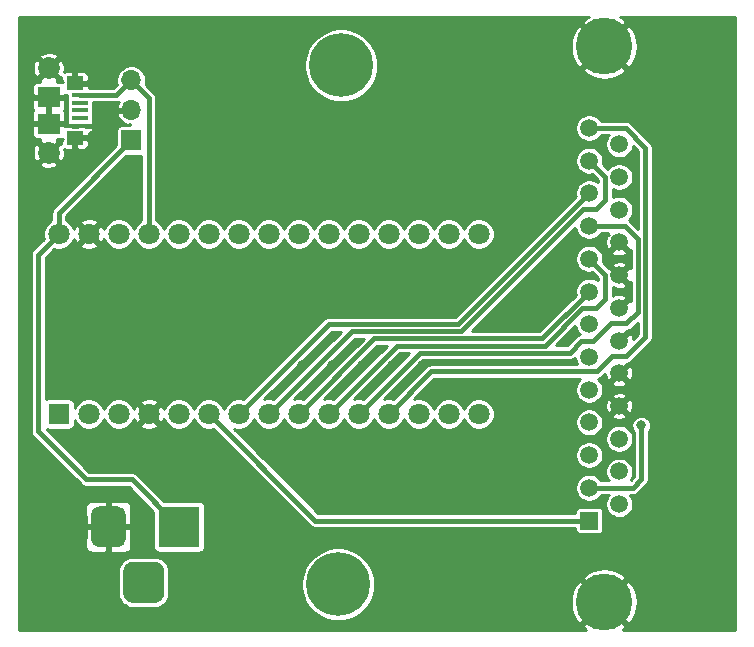
<source format=gbr>
%TF.GenerationSoftware,KiCad,Pcbnew,(5.1.6)-1*%
%TF.CreationDate,2022-10-27T10:48:03-04:00*%
%TF.ProjectId,plipbox-wiretap,706c6970-626f-4782-9d77-697265746170,rev?*%
%TF.SameCoordinates,Original*%
%TF.FileFunction,Copper,L1,Top*%
%TF.FilePolarity,Positive*%
%FSLAX46Y46*%
G04 Gerber Fmt 4.6, Leading zero omitted, Abs format (unit mm)*
G04 Created by KiCad (PCBNEW (5.1.6)-1) date 2022-10-27 10:48:03*
%MOMM*%
%LPD*%
G01*
G04 APERTURE LIST*
%TA.AperFunction,ComponentPad*%
%ADD10C,5.400000*%
%TD*%
%TA.AperFunction,ComponentPad*%
%ADD11C,0.800000*%
%TD*%
%TA.AperFunction,ComponentPad*%
%ADD12R,1.500000X1.500000*%
%TD*%
%TA.AperFunction,ComponentPad*%
%ADD13C,1.500000*%
%TD*%
%TA.AperFunction,ComponentPad*%
%ADD14C,4.800000*%
%TD*%
%TA.AperFunction,ComponentPad*%
%ADD15R,1.700000X1.700000*%
%TD*%
%TA.AperFunction,ComponentPad*%
%ADD16O,1.700000X1.700000*%
%TD*%
%TA.AperFunction,ComponentPad*%
%ADD17R,3.500000X3.500000*%
%TD*%
%TA.AperFunction,ComponentPad*%
%ADD18C,1.800000*%
%TD*%
%TA.AperFunction,ComponentPad*%
%ADD19R,1.800000X1.800000*%
%TD*%
%TA.AperFunction,SMDPad,CuDef*%
%ADD20R,1.400000X0.400000*%
%TD*%
%TA.AperFunction,ComponentPad*%
%ADD21C,1.850000*%
%TD*%
%TA.AperFunction,SMDPad,CuDef*%
%ADD22R,1.900000X1.750000*%
%TD*%
%TA.AperFunction,SMDPad,CuDef*%
%ADD23R,1.450000X1.150000*%
%TD*%
%TA.AperFunction,ViaPad*%
%ADD24C,0.800000*%
%TD*%
%TA.AperFunction,Conductor*%
%ADD25C,0.400000*%
%TD*%
%TA.AperFunction,Conductor*%
%ADD26C,0.254000*%
%TD*%
G04 APERTURE END LIST*
D10*
%TO.P,REF\u002A\u002A,1*%
%TO.N,N/C*%
X176022000Y-101092000D03*
D11*
X178047000Y-101092000D03*
X177453891Y-102523891D03*
X176022000Y-103117000D03*
X174590109Y-102523891D03*
X173997000Y-101092000D03*
X174590109Y-99660109D03*
X176022000Y-99067000D03*
X177453891Y-99660109D03*
%TD*%
%TO.P,REF\u002A\u002A,1*%
%TO.N,N/C*%
X177707891Y-55718109D03*
X176276000Y-55125000D03*
X174844109Y-55718109D03*
X174251000Y-57150000D03*
X174844109Y-58581891D03*
X176276000Y-59175000D03*
X177707891Y-58581891D03*
X178301000Y-57150000D03*
D10*
X176276000Y-57150000D03*
%TD*%
D12*
%TO.P,J0,1*%
%TO.N,D3*%
X197281800Y-95681800D03*
D13*
%TO.P,J0,2*%
%TO.N,A0*%
X197281800Y-92911800D03*
%TO.P,J0,3*%
%TO.N,A1*%
X197281800Y-90141800D03*
%TO.P,J0,4*%
%TO.N,A2*%
X197281800Y-87371800D03*
%TO.P,J0,5*%
%TO.N,A3*%
X197281800Y-84601800D03*
%TO.P,J0,6*%
%TO.N,A4*%
X197281800Y-81831800D03*
%TO.P,J0,7*%
%TO.N,A5*%
X197281800Y-79061800D03*
%TO.P,J0,8*%
%TO.N,D6*%
X197281800Y-76291800D03*
%TO.P,J0,9*%
%TO.N,D7*%
X197281800Y-73521800D03*
%TO.P,J0,10*%
%TO.N,D8*%
X197281800Y-70751800D03*
%TO.P,J0,11*%
%TO.N,D4*%
X197281800Y-67981800D03*
%TO.P,J0,12*%
%TO.N,D5*%
X197281800Y-65211800D03*
%TO.P,J0,13*%
%TO.N,D9*%
X197281800Y-62441800D03*
%TO.P,J0,14*%
%TO.N,Net-(J0-Pad14)*%
X199821800Y-94296800D03*
%TO.P,J0,15*%
%TO.N,Net-(J0-Pad15)*%
X199821800Y-91526800D03*
%TO.P,J0,16*%
%TO.N,Net-(J0-Pad16)*%
X199821800Y-88756800D03*
%TO.P,J0,17*%
%TO.N,GND*%
X199821800Y-85986800D03*
%TO.P,J0,18*%
X199821800Y-83216800D03*
%TO.P,J0,19*%
X199821800Y-80446800D03*
%TO.P,J0,20*%
X199821800Y-77676800D03*
%TO.P,J0,21*%
X199821800Y-74906800D03*
%TO.P,J0,22*%
X199821800Y-72136800D03*
%TO.P,J0,23*%
%TO.N,Net-(J0-Pad23)*%
X199821800Y-69366800D03*
%TO.P,J0,24*%
%TO.N,Net-(J0-Pad24)*%
X199821800Y-66596800D03*
%TO.P,J0,25*%
%TO.N,Net-(J0-Pad25)*%
X199821800Y-63826800D03*
D14*
%TO.P,J0,MH1*%
%TO.N,GND*%
X198551800Y-102581800D03*
%TO.P,J0,MH2*%
X198551800Y-55541800D03*
%TD*%
D15*
%TO.P,J1,1*%
%TO.N,VCC*%
X158496000Y-63500000D03*
D16*
%TO.P,J1,2*%
%TO.N,GND*%
X158496000Y-60960000D03*
%TO.P,J1,3*%
%TO.N,+5V*%
X158496000Y-58420000D03*
%TD*%
D17*
%TO.P,J3,1*%
%TO.N,VCC*%
X162560000Y-96215200D03*
%TO.P,J3,2*%
%TO.N,GND*%
%TA.AperFunction,ComponentPad*%
G36*
G01*
X155060000Y-97215200D02*
X155060000Y-95215200D01*
G75*
G02*
X155810000Y-94465200I750000J0D01*
G01*
X157310000Y-94465200D01*
G75*
G02*
X158060000Y-95215200I0J-750000D01*
G01*
X158060000Y-97215200D01*
G75*
G02*
X157310000Y-97965200I-750000J0D01*
G01*
X155810000Y-97965200D01*
G75*
G02*
X155060000Y-97215200I0J750000D01*
G01*
G37*
%TD.AperFunction*%
%TO.P,J3,3*%
%TO.N,N/C*%
%TA.AperFunction,ComponentPad*%
G36*
G01*
X157810000Y-101790200D02*
X157810000Y-100040200D01*
G75*
G02*
X158685000Y-99165200I875000J0D01*
G01*
X160435000Y-99165200D01*
G75*
G02*
X161310000Y-100040200I0J-875000D01*
G01*
X161310000Y-101790200D01*
G75*
G02*
X160435000Y-102665200I-875000J0D01*
G01*
X158685000Y-102665200D01*
G75*
G02*
X157810000Y-101790200I0J875000D01*
G01*
G37*
%TD.AperFunction*%
%TD*%
D18*
%TO.P,TB1,30*%
%TO.N,VCC*%
X152374600Y-71424800D03*
%TO.P,TB1,29*%
%TO.N,GND*%
X154914600Y-71424800D03*
%TO.P,TB1,28*%
%TO.N,Net-(TB1-Pad28)*%
X157454600Y-71424800D03*
%TO.P,TB1,27*%
%TO.N,+5V*%
X159994600Y-71424800D03*
%TO.P,TB1,26*%
%TO.N,Net-(TB1-Pad26)*%
X162534600Y-71424800D03*
%TO.P,TB1,25*%
%TO.N,Net-(TB1-Pad25)*%
X165074600Y-71424800D03*
%TO.P,TB1,24*%
%TO.N,A5*%
X167614600Y-71424800D03*
%TO.P,TB1,23*%
%TO.N,A4*%
X170154600Y-71424800D03*
%TO.P,TB1,22*%
%TO.N,A3*%
X172694600Y-71424800D03*
%TO.P,TB1,21*%
%TO.N,A2*%
X175234600Y-71424800D03*
%TO.P,TB1,20*%
%TO.N,A1*%
X177774600Y-71424800D03*
%TO.P,TB1,19*%
%TO.N,A0*%
X180314600Y-71424800D03*
%TO.P,TB1,18*%
%TO.N,Net-(TB1-Pad18)*%
X182854600Y-71424800D03*
%TO.P,TB1,17*%
%TO.N,Net-(TB1-Pad17)*%
X185394600Y-71424800D03*
%TO.P,TB1,16*%
%TO.N,Net-(TB1-Pad16)*%
X187934600Y-71424800D03*
%TO.P,TB1,15*%
%TO.N,Net-(TB1-Pad15)*%
X187934600Y-86664800D03*
%TO.P,TB1,14*%
%TO.N,Net-(TB1-Pad14)*%
X185394600Y-86664800D03*
%TO.P,TB1,13*%
%TO.N,Net-(TB1-Pad13)*%
X182854600Y-86664800D03*
%TO.P,TB1,12*%
%TO.N,D9*%
X180314600Y-86664800D03*
%TO.P,TB1,11*%
%TO.N,D8*%
X177774600Y-86664800D03*
%TO.P,TB1,10*%
%TO.N,D7*%
X175234600Y-86664800D03*
%TO.P,TB1,9*%
%TO.N,D6*%
X172694600Y-86664800D03*
%TO.P,TB1,8*%
%TO.N,D5*%
X170154600Y-86664800D03*
%TO.P,TB1,7*%
%TO.N,D4*%
X167614600Y-86664800D03*
%TO.P,TB1,6*%
%TO.N,D3*%
X165074600Y-86664800D03*
%TO.P,TB1,5*%
%TO.N,Net-(TB1-Pad5)*%
X162534600Y-86664800D03*
%TO.P,TB1,4*%
%TO.N,GND*%
X159994600Y-86664800D03*
%TO.P,TB1,3*%
%TO.N,Net-(TB1-Pad28)*%
X157454600Y-86664800D03*
%TO.P,TB1,2*%
%TO.N,Net-(TB1-Pad2)*%
X154914600Y-86664800D03*
D19*
%TO.P,TB1,1*%
%TO.N,Net-(TB1-Pad1)*%
X152374600Y-86664800D03*
%TD*%
D20*
%TO.P,J2,1*%
%TO.N,+5V*%
X154161000Y-59660000D03*
%TO.P,J2,2*%
%TO.N,Net-(J2-Pad2)*%
X154161000Y-60310000D03*
%TO.P,J2,3*%
%TO.N,Net-(J2-Pad3)*%
X154161000Y-60960000D03*
%TO.P,J2,4*%
%TO.N,Net-(J2-Pad4)*%
X154161000Y-61610000D03*
%TO.P,J2,5*%
%TO.N,GND*%
X154161000Y-62260000D03*
D21*
%TO.P,J2,MH1*%
X151511000Y-57385000D03*
%TO.P,J2,MH2*%
X151511000Y-64535000D03*
D22*
%TO.P,J2,MP1*%
X151511000Y-59835000D03*
%TO.P,J2,MP2*%
X151511000Y-62085000D03*
D23*
%TO.P,J2,MP3*%
X153741000Y-58640000D03*
%TO.P,J2,MP4*%
X153741000Y-63280000D03*
%TD*%
D24*
%TO.N,A0*%
X201676000Y-87630000D03*
%TO.N,GND*%
X172974000Y-82550000D03*
X175514000Y-82550000D03*
X178054000Y-82550000D03*
X180594000Y-82550000D03*
X183134000Y-82550000D03*
X181864000Y-76454000D03*
X181864000Y-73914000D03*
X190754000Y-71374000D03*
X190754000Y-67818000D03*
X173228000Y-75692000D03*
X195326000Y-80518000D03*
%TD*%
D25*
%TO.N,D3*%
X174091600Y-95681800D02*
X197281800Y-95681800D01*
X165074600Y-86664800D02*
X174091600Y-95681800D01*
%TO.N,A0*%
X201676000Y-87630000D02*
X201676000Y-92202000D01*
X200966200Y-92911800D02*
X197281800Y-92911800D01*
X201676000Y-92202000D02*
X200966200Y-92911800D01*
%TO.N,D6*%
X179095400Y-80264000D02*
X193309600Y-80264000D01*
X193309600Y-80264000D02*
X197281800Y-76291800D01*
X172694600Y-86664800D02*
X179095400Y-80264000D01*
%TO.N,D7*%
X198628000Y-74868000D02*
X197281800Y-73521800D01*
X181035391Y-80864009D02*
X193558132Y-80864010D01*
X175234600Y-86664800D02*
X181035391Y-80864009D01*
X197866000Y-77724000D02*
X198628000Y-76962000D01*
X198628000Y-76962000D02*
X198628000Y-74868000D01*
X193558132Y-80864010D02*
X196698142Y-77724000D01*
X196698142Y-77724000D02*
X197866000Y-77724000D01*
%TO.N,D8*%
X200291800Y-70751800D02*
X197281800Y-70751800D01*
X201422000Y-78005301D02*
X201422000Y-71882000D01*
X199136000Y-78994000D02*
X200433301Y-78994000D01*
X197612000Y-80518000D02*
X199136000Y-78994000D01*
X177774600Y-86664800D02*
X182975381Y-81464019D01*
X201422000Y-71882000D02*
X200291800Y-70751800D01*
X200433301Y-78994000D02*
X201422000Y-78005301D01*
X195649981Y-81464019D02*
X196596000Y-80518000D01*
X182975381Y-81464019D02*
X195649981Y-81464019D01*
X196596000Y-80518000D02*
X197612000Y-80518000D01*
%TO.N,D4*%
X167614600Y-86664800D02*
X175215422Y-79063978D01*
X175215422Y-79063978D02*
X186199622Y-79063978D01*
X186199622Y-79063978D02*
X197281800Y-67981800D01*
%TO.N,D5*%
X198628000Y-66558000D02*
X197281800Y-65211800D01*
X177155411Y-79663989D02*
X186448153Y-79663989D01*
X197871801Y-69342000D02*
X198628000Y-68585801D01*
X198628000Y-68585801D02*
X198628000Y-66558000D01*
X196770142Y-69342000D02*
X197871801Y-69342000D01*
X186448153Y-79663989D02*
X196770142Y-69342000D01*
X170154600Y-86664800D02*
X177155411Y-79663989D01*
%TO.N,D9*%
X202022010Y-64100010D02*
X200363800Y-62441800D01*
X183921400Y-83058000D02*
X197945299Y-83058000D01*
X202022010Y-80171990D02*
X202022010Y-64100010D01*
X200406000Y-81788000D02*
X202022010Y-80171990D01*
X200363800Y-62441800D02*
X197281800Y-62441800D01*
X180314600Y-86664800D02*
X183921400Y-83058000D01*
X197945299Y-83058000D02*
X199215299Y-81788000D01*
X199215299Y-81788000D02*
X200406000Y-81788000D01*
%TO.N,VCC*%
X152374600Y-69621400D02*
X158496000Y-63500000D01*
X152374600Y-71424800D02*
X152374600Y-69621400D01*
X150622000Y-88138000D02*
X150622000Y-73177400D01*
X154686000Y-92202000D02*
X150622000Y-88138000D01*
X150622000Y-73177400D02*
X152374600Y-71424800D01*
X162560000Y-96215200D02*
X158546800Y-92202000D01*
X158546800Y-92202000D02*
X154686000Y-92202000D01*
%TO.N,+5V*%
X157256000Y-59660000D02*
X158496000Y-58420000D01*
X154161000Y-59660000D02*
X157256000Y-59660000D01*
X159994600Y-59918600D02*
X159994600Y-71424800D01*
X158496000Y-58420000D02*
X159994600Y-59918600D01*
%TD*%
D26*
%TO.N,GND*%
G36*
X196986505Y-53171292D02*
G01*
X196710509Y-53520904D01*
X198551800Y-55362195D01*
X200393091Y-53520904D01*
X200117095Y-53171292D01*
X199849253Y-53030000D01*
X209606000Y-53030000D01*
X209606001Y-104958000D01*
X200106446Y-104958000D01*
X200117095Y-104952308D01*
X200393091Y-104602696D01*
X198551800Y-102761405D01*
X196710509Y-104602696D01*
X196986505Y-104952308D01*
X196997295Y-104958000D01*
X149042000Y-104958000D01*
X149042000Y-100040200D01*
X157380934Y-100040200D01*
X157380934Y-101790200D01*
X157405991Y-102044611D01*
X157480200Y-102289244D01*
X157600709Y-102514700D01*
X157762886Y-102712314D01*
X157960500Y-102874491D01*
X158185956Y-102995000D01*
X158430589Y-103069209D01*
X158685000Y-103094266D01*
X160435000Y-103094266D01*
X160689411Y-103069209D01*
X160934044Y-102995000D01*
X161159500Y-102874491D01*
X161357114Y-102712314D01*
X161519291Y-102514700D01*
X161639800Y-102289244D01*
X161714009Y-102044611D01*
X161739066Y-101790200D01*
X161739066Y-100784017D01*
X172895000Y-100784017D01*
X172895000Y-101399983D01*
X173015169Y-102004112D01*
X173250889Y-102573190D01*
X173593101Y-103085346D01*
X174028654Y-103520899D01*
X174540810Y-103863111D01*
X175109888Y-104098831D01*
X175714017Y-104219000D01*
X176329983Y-104219000D01*
X176934112Y-104098831D01*
X177503190Y-103863111D01*
X178015346Y-103520899D01*
X178450899Y-103085346D01*
X178777009Y-102597288D01*
X195711164Y-102597288D01*
X195768768Y-103151171D01*
X195933322Y-103683173D01*
X196181292Y-104147095D01*
X196530904Y-104423091D01*
X198372195Y-102581800D01*
X198731405Y-102581800D01*
X200572696Y-104423091D01*
X200922308Y-104147095D01*
X201182133Y-103654555D01*
X201340876Y-103120790D01*
X201392436Y-102566312D01*
X201334832Y-102012429D01*
X201170278Y-101480427D01*
X200922308Y-101016505D01*
X200572696Y-100740509D01*
X198731405Y-102581800D01*
X198372195Y-102581800D01*
X196530904Y-100740509D01*
X196181292Y-101016505D01*
X195921467Y-101509045D01*
X195762724Y-102042810D01*
X195711164Y-102597288D01*
X178777009Y-102597288D01*
X178793111Y-102573190D01*
X179028831Y-102004112D01*
X179149000Y-101399983D01*
X179149000Y-100784017D01*
X179104620Y-100560904D01*
X196710509Y-100560904D01*
X198551800Y-102402195D01*
X200393091Y-100560904D01*
X200117095Y-100211292D01*
X199624555Y-99951467D01*
X199090790Y-99792724D01*
X198536312Y-99741164D01*
X197982429Y-99798768D01*
X197450427Y-99963322D01*
X196986505Y-100211292D01*
X196710509Y-100560904D01*
X179104620Y-100560904D01*
X179028831Y-100179888D01*
X178793111Y-99610810D01*
X178450899Y-99098654D01*
X178015346Y-98663101D01*
X177503190Y-98320889D01*
X176934112Y-98085169D01*
X176329983Y-97965000D01*
X175714017Y-97965000D01*
X175109888Y-98085169D01*
X174540810Y-98320889D01*
X174028654Y-98663101D01*
X173593101Y-99098654D01*
X173250889Y-99610810D01*
X173015169Y-100179888D01*
X172895000Y-100784017D01*
X161739066Y-100784017D01*
X161739066Y-100040200D01*
X161714009Y-99785789D01*
X161639800Y-99541156D01*
X161519291Y-99315700D01*
X161357114Y-99118086D01*
X161159500Y-98955909D01*
X160934044Y-98835400D01*
X160689411Y-98761191D01*
X160435000Y-98736134D01*
X158685000Y-98736134D01*
X158430589Y-98761191D01*
X158185956Y-98835400D01*
X157960500Y-98955909D01*
X157762886Y-99118086D01*
X157600709Y-99315700D01*
X157480200Y-99541156D01*
X157405991Y-99785789D01*
X157380934Y-100040200D01*
X149042000Y-100040200D01*
X149042000Y-97965200D01*
X154630934Y-97965200D01*
X154639178Y-98048907D01*
X154663595Y-98129396D01*
X154703245Y-98203576D01*
X154756605Y-98268595D01*
X154821624Y-98321955D01*
X154895804Y-98361605D01*
X154976293Y-98386022D01*
X155060000Y-98394266D01*
X156326250Y-98392200D01*
X156433000Y-98285450D01*
X156433000Y-96342200D01*
X156687000Y-96342200D01*
X156687000Y-98285450D01*
X156793750Y-98392200D01*
X158060000Y-98394266D01*
X158143707Y-98386022D01*
X158224196Y-98361605D01*
X158298376Y-98321955D01*
X158363395Y-98268595D01*
X158416755Y-98203576D01*
X158456405Y-98129396D01*
X158480822Y-98048907D01*
X158489066Y-97965200D01*
X158487000Y-96448950D01*
X158380250Y-96342200D01*
X156687000Y-96342200D01*
X156433000Y-96342200D01*
X154739750Y-96342200D01*
X154633000Y-96448950D01*
X154630934Y-97965200D01*
X149042000Y-97965200D01*
X149042000Y-94465200D01*
X154630934Y-94465200D01*
X154633000Y-95981450D01*
X154739750Y-96088200D01*
X156433000Y-96088200D01*
X156433000Y-94144950D01*
X156687000Y-94144950D01*
X156687000Y-96088200D01*
X158380250Y-96088200D01*
X158487000Y-95981450D01*
X158489066Y-94465200D01*
X158480822Y-94381493D01*
X158456405Y-94301004D01*
X158416755Y-94226824D01*
X158363395Y-94161805D01*
X158298376Y-94108445D01*
X158224196Y-94068795D01*
X158143707Y-94044378D01*
X158060000Y-94036134D01*
X156793750Y-94038200D01*
X156687000Y-94144950D01*
X156433000Y-94144950D01*
X156326250Y-94038200D01*
X155060000Y-94036134D01*
X154976293Y-94044378D01*
X154895804Y-94068795D01*
X154821624Y-94108445D01*
X154756605Y-94161805D01*
X154703245Y-94226824D01*
X154663595Y-94301004D01*
X154639178Y-94381493D01*
X154630934Y-94465200D01*
X149042000Y-94465200D01*
X149042000Y-73177400D01*
X149991967Y-73177400D01*
X149995001Y-73208204D01*
X149995000Y-88107206D01*
X149991967Y-88138000D01*
X149995000Y-88168793D01*
X150004073Y-88260912D01*
X150039925Y-88379102D01*
X150098147Y-88488027D01*
X150176499Y-88583501D01*
X150200427Y-88603138D01*
X154220866Y-92623578D01*
X154240499Y-92647501D01*
X154335972Y-92725853D01*
X154444897Y-92784075D01*
X154563087Y-92819927D01*
X154686000Y-92832033D01*
X154716794Y-92829000D01*
X158287089Y-92829000D01*
X160380934Y-94922846D01*
X160380934Y-97965200D01*
X160389178Y-98048907D01*
X160413595Y-98129396D01*
X160453245Y-98203576D01*
X160506605Y-98268595D01*
X160571624Y-98321955D01*
X160645804Y-98361605D01*
X160726293Y-98386022D01*
X160810000Y-98394266D01*
X164310000Y-98394266D01*
X164393707Y-98386022D01*
X164474196Y-98361605D01*
X164548376Y-98321955D01*
X164613395Y-98268595D01*
X164666755Y-98203576D01*
X164706405Y-98129396D01*
X164730822Y-98048907D01*
X164739066Y-97965200D01*
X164739066Y-94465200D01*
X164730822Y-94381493D01*
X164706405Y-94301004D01*
X164666755Y-94226824D01*
X164613395Y-94161805D01*
X164548376Y-94108445D01*
X164474196Y-94068795D01*
X164393707Y-94044378D01*
X164310000Y-94036134D01*
X161267646Y-94036134D01*
X159011938Y-91780427D01*
X158992301Y-91756499D01*
X158896828Y-91678147D01*
X158787903Y-91619925D01*
X158669713Y-91584073D01*
X158577594Y-91575000D01*
X158546800Y-91571967D01*
X158516006Y-91575000D01*
X154945712Y-91575000D01*
X151341284Y-87970573D01*
X151390893Y-87985622D01*
X151474600Y-87993866D01*
X153274600Y-87993866D01*
X153358307Y-87985622D01*
X153438796Y-87961205D01*
X153512976Y-87921555D01*
X153577995Y-87868195D01*
X153631355Y-87803176D01*
X153671005Y-87728996D01*
X153695422Y-87648507D01*
X153703666Y-87564800D01*
X153703666Y-87208964D01*
X153738628Y-87293370D01*
X153883852Y-87510713D01*
X154068687Y-87695548D01*
X154286030Y-87840772D01*
X154527528Y-87940804D01*
X154783902Y-87991800D01*
X155045298Y-87991800D01*
X155301672Y-87940804D01*
X155543170Y-87840772D01*
X155760513Y-87695548D01*
X155945348Y-87510713D01*
X156090572Y-87293370D01*
X156184600Y-87066367D01*
X156278628Y-87293370D01*
X156423852Y-87510713D01*
X156608687Y-87695548D01*
X156826030Y-87840772D01*
X157067528Y-87940804D01*
X157323902Y-87991800D01*
X157585298Y-87991800D01*
X157841672Y-87940804D01*
X158083170Y-87840772D01*
X158300513Y-87695548D01*
X158378732Y-87617329D01*
X159221676Y-87617329D01*
X159317143Y-87813305D01*
X159554222Y-87923402D01*
X159808226Y-87985132D01*
X160069391Y-87996122D01*
X160327681Y-87955950D01*
X160573172Y-87866160D01*
X160672057Y-87813305D01*
X160767524Y-87617329D01*
X159994600Y-86844405D01*
X159221676Y-87617329D01*
X158378732Y-87617329D01*
X158485348Y-87510713D01*
X158630572Y-87293370D01*
X158726671Y-87061368D01*
X158793240Y-87243372D01*
X158846095Y-87342257D01*
X159042071Y-87437724D01*
X159814995Y-86664800D01*
X160174205Y-86664800D01*
X160947129Y-87437724D01*
X161143105Y-87342257D01*
X161253202Y-87105178D01*
X161263361Y-87063376D01*
X161358628Y-87293370D01*
X161503852Y-87510713D01*
X161688687Y-87695548D01*
X161906030Y-87840772D01*
X162147528Y-87940804D01*
X162403902Y-87991800D01*
X162665298Y-87991800D01*
X162921672Y-87940804D01*
X163163170Y-87840772D01*
X163380513Y-87695548D01*
X163565348Y-87510713D01*
X163710572Y-87293370D01*
X163804600Y-87066367D01*
X163898628Y-87293370D01*
X164043852Y-87510713D01*
X164228687Y-87695548D01*
X164446030Y-87840772D01*
X164687528Y-87940804D01*
X164943902Y-87991800D01*
X165205298Y-87991800D01*
X165461672Y-87940804D01*
X165463242Y-87940154D01*
X173626466Y-96103378D01*
X173646099Y-96127301D01*
X173741572Y-96205653D01*
X173850497Y-96263875D01*
X173968687Y-96299727D01*
X174091600Y-96311833D01*
X174122394Y-96308800D01*
X196102734Y-96308800D01*
X196102734Y-96431800D01*
X196110978Y-96515507D01*
X196135395Y-96595996D01*
X196175045Y-96670176D01*
X196228405Y-96735195D01*
X196293424Y-96788555D01*
X196367604Y-96828205D01*
X196448093Y-96852622D01*
X196531800Y-96860866D01*
X198031800Y-96860866D01*
X198115507Y-96852622D01*
X198195996Y-96828205D01*
X198270176Y-96788555D01*
X198335195Y-96735195D01*
X198388555Y-96670176D01*
X198428205Y-96595996D01*
X198452622Y-96515507D01*
X198460866Y-96431800D01*
X198460866Y-94931800D01*
X198452622Y-94848093D01*
X198428205Y-94767604D01*
X198388555Y-94693424D01*
X198335195Y-94628405D01*
X198270176Y-94575045D01*
X198195996Y-94535395D01*
X198115507Y-94510978D01*
X198031800Y-94502734D01*
X196531800Y-94502734D01*
X196448093Y-94510978D01*
X196367604Y-94535395D01*
X196293424Y-94575045D01*
X196228405Y-94628405D01*
X196175045Y-94693424D01*
X196135395Y-94767604D01*
X196110978Y-94848093D01*
X196102734Y-94931800D01*
X196102734Y-95054800D01*
X174351312Y-95054800D01*
X172092388Y-92795876D01*
X196104800Y-92795876D01*
X196104800Y-93027724D01*
X196150031Y-93255118D01*
X196238756Y-93469319D01*
X196367564Y-93662094D01*
X196531506Y-93826036D01*
X196724281Y-93954844D01*
X196938482Y-94043569D01*
X197165876Y-94088800D01*
X197397724Y-94088800D01*
X197625118Y-94043569D01*
X197839319Y-93954844D01*
X198032094Y-93826036D01*
X198196036Y-93662094D01*
X198278418Y-93538800D01*
X198915270Y-93538800D01*
X198907564Y-93546506D01*
X198778756Y-93739281D01*
X198690031Y-93953482D01*
X198644800Y-94180876D01*
X198644800Y-94412724D01*
X198690031Y-94640118D01*
X198778756Y-94854319D01*
X198907564Y-95047094D01*
X199071506Y-95211036D01*
X199264281Y-95339844D01*
X199478482Y-95428569D01*
X199705876Y-95473800D01*
X199937724Y-95473800D01*
X200165118Y-95428569D01*
X200379319Y-95339844D01*
X200572094Y-95211036D01*
X200736036Y-95047094D01*
X200864844Y-94854319D01*
X200953569Y-94640118D01*
X200998800Y-94412724D01*
X200998800Y-94180876D01*
X200953569Y-93953482D01*
X200864844Y-93739281D01*
X200736036Y-93546506D01*
X200728330Y-93538800D01*
X200935406Y-93538800D01*
X200966200Y-93541833D01*
X200996994Y-93538800D01*
X201089113Y-93529727D01*
X201207303Y-93493875D01*
X201316228Y-93435653D01*
X201411701Y-93357301D01*
X201431338Y-93333373D01*
X202097578Y-92667134D01*
X202121501Y-92647501D01*
X202199853Y-92552028D01*
X202258075Y-92443103D01*
X202293927Y-92324913D01*
X202303000Y-92232794D01*
X202306033Y-92202000D01*
X202303000Y-92171206D01*
X202303000Y-88172553D01*
X202318372Y-88157181D01*
X202408877Y-88021731D01*
X202471218Y-87871227D01*
X202503000Y-87711452D01*
X202503000Y-87548548D01*
X202471218Y-87388773D01*
X202408877Y-87238269D01*
X202318372Y-87102819D01*
X202203181Y-86987628D01*
X202067731Y-86897123D01*
X201917227Y-86834782D01*
X201757452Y-86803000D01*
X201594548Y-86803000D01*
X201434773Y-86834782D01*
X201284269Y-86897123D01*
X201148819Y-86987628D01*
X201033628Y-87102819D01*
X200943123Y-87238269D01*
X200880782Y-87388773D01*
X200849000Y-87548548D01*
X200849000Y-87711452D01*
X200880782Y-87871227D01*
X200943123Y-88021731D01*
X201033628Y-88157181D01*
X201049000Y-88172553D01*
X201049001Y-91942287D01*
X200780017Y-92211271D01*
X200864844Y-92084319D01*
X200953569Y-91870118D01*
X200998800Y-91642724D01*
X200998800Y-91410876D01*
X200953569Y-91183482D01*
X200864844Y-90969281D01*
X200736036Y-90776506D01*
X200572094Y-90612564D01*
X200379319Y-90483756D01*
X200165118Y-90395031D01*
X199937724Y-90349800D01*
X199705876Y-90349800D01*
X199478482Y-90395031D01*
X199264281Y-90483756D01*
X199071506Y-90612564D01*
X198907564Y-90776506D01*
X198778756Y-90969281D01*
X198690031Y-91183482D01*
X198644800Y-91410876D01*
X198644800Y-91642724D01*
X198690031Y-91870118D01*
X198778756Y-92084319D01*
X198907564Y-92277094D01*
X198915270Y-92284800D01*
X198278418Y-92284800D01*
X198196036Y-92161506D01*
X198032094Y-91997564D01*
X197839319Y-91868756D01*
X197625118Y-91780031D01*
X197397724Y-91734800D01*
X197165876Y-91734800D01*
X196938482Y-91780031D01*
X196724281Y-91868756D01*
X196531506Y-91997564D01*
X196367564Y-92161506D01*
X196238756Y-92354281D01*
X196150031Y-92568482D01*
X196104800Y-92795876D01*
X172092388Y-92795876D01*
X169322388Y-90025876D01*
X196104800Y-90025876D01*
X196104800Y-90257724D01*
X196150031Y-90485118D01*
X196238756Y-90699319D01*
X196367564Y-90892094D01*
X196531506Y-91056036D01*
X196724281Y-91184844D01*
X196938482Y-91273569D01*
X197165876Y-91318800D01*
X197397724Y-91318800D01*
X197625118Y-91273569D01*
X197839319Y-91184844D01*
X198032094Y-91056036D01*
X198196036Y-90892094D01*
X198324844Y-90699319D01*
X198413569Y-90485118D01*
X198458800Y-90257724D01*
X198458800Y-90025876D01*
X198413569Y-89798482D01*
X198324844Y-89584281D01*
X198196036Y-89391506D01*
X198032094Y-89227564D01*
X197839319Y-89098756D01*
X197625118Y-89010031D01*
X197397724Y-88964800D01*
X197165876Y-88964800D01*
X196938482Y-89010031D01*
X196724281Y-89098756D01*
X196531506Y-89227564D01*
X196367564Y-89391506D01*
X196238756Y-89584281D01*
X196150031Y-89798482D01*
X196104800Y-90025876D01*
X169322388Y-90025876D01*
X167937388Y-88640876D01*
X198644800Y-88640876D01*
X198644800Y-88872724D01*
X198690031Y-89100118D01*
X198778756Y-89314319D01*
X198907564Y-89507094D01*
X199071506Y-89671036D01*
X199264281Y-89799844D01*
X199478482Y-89888569D01*
X199705876Y-89933800D01*
X199937724Y-89933800D01*
X200165118Y-89888569D01*
X200379319Y-89799844D01*
X200572094Y-89671036D01*
X200736036Y-89507094D01*
X200864844Y-89314319D01*
X200953569Y-89100118D01*
X200998800Y-88872724D01*
X200998800Y-88640876D01*
X200953569Y-88413482D01*
X200864844Y-88199281D01*
X200736036Y-88006506D01*
X200572094Y-87842564D01*
X200379319Y-87713756D01*
X200165118Y-87625031D01*
X199937724Y-87579800D01*
X199705876Y-87579800D01*
X199478482Y-87625031D01*
X199264281Y-87713756D01*
X199071506Y-87842564D01*
X198907564Y-88006506D01*
X198778756Y-88199281D01*
X198690031Y-88413482D01*
X198644800Y-88640876D01*
X167937388Y-88640876D01*
X167239745Y-87943234D01*
X167483902Y-87991800D01*
X167745298Y-87991800D01*
X168001672Y-87940804D01*
X168243170Y-87840772D01*
X168460513Y-87695548D01*
X168645348Y-87510713D01*
X168790572Y-87293370D01*
X168884600Y-87066367D01*
X168978628Y-87293370D01*
X169123852Y-87510713D01*
X169308687Y-87695548D01*
X169526030Y-87840772D01*
X169767528Y-87940804D01*
X170023902Y-87991800D01*
X170285298Y-87991800D01*
X170541672Y-87940804D01*
X170783170Y-87840772D01*
X171000513Y-87695548D01*
X171185348Y-87510713D01*
X171330572Y-87293370D01*
X171424600Y-87066367D01*
X171518628Y-87293370D01*
X171663852Y-87510713D01*
X171848687Y-87695548D01*
X172066030Y-87840772D01*
X172307528Y-87940804D01*
X172563902Y-87991800D01*
X172825298Y-87991800D01*
X173081672Y-87940804D01*
X173323170Y-87840772D01*
X173540513Y-87695548D01*
X173725348Y-87510713D01*
X173870572Y-87293370D01*
X173964600Y-87066367D01*
X174058628Y-87293370D01*
X174203852Y-87510713D01*
X174388687Y-87695548D01*
X174606030Y-87840772D01*
X174847528Y-87940804D01*
X175103902Y-87991800D01*
X175365298Y-87991800D01*
X175621672Y-87940804D01*
X175863170Y-87840772D01*
X176080513Y-87695548D01*
X176265348Y-87510713D01*
X176410572Y-87293370D01*
X176504600Y-87066367D01*
X176598628Y-87293370D01*
X176743852Y-87510713D01*
X176928687Y-87695548D01*
X177146030Y-87840772D01*
X177387528Y-87940804D01*
X177643902Y-87991800D01*
X177905298Y-87991800D01*
X178161672Y-87940804D01*
X178403170Y-87840772D01*
X178620513Y-87695548D01*
X178805348Y-87510713D01*
X178950572Y-87293370D01*
X179044600Y-87066367D01*
X179138628Y-87293370D01*
X179283852Y-87510713D01*
X179468687Y-87695548D01*
X179686030Y-87840772D01*
X179927528Y-87940804D01*
X180183902Y-87991800D01*
X180445298Y-87991800D01*
X180701672Y-87940804D01*
X180943170Y-87840772D01*
X181160513Y-87695548D01*
X181345348Y-87510713D01*
X181490572Y-87293370D01*
X181584600Y-87066367D01*
X181678628Y-87293370D01*
X181823852Y-87510713D01*
X182008687Y-87695548D01*
X182226030Y-87840772D01*
X182467528Y-87940804D01*
X182723902Y-87991800D01*
X182985298Y-87991800D01*
X183241672Y-87940804D01*
X183483170Y-87840772D01*
X183700513Y-87695548D01*
X183885348Y-87510713D01*
X184030572Y-87293370D01*
X184124600Y-87066367D01*
X184218628Y-87293370D01*
X184363852Y-87510713D01*
X184548687Y-87695548D01*
X184766030Y-87840772D01*
X185007528Y-87940804D01*
X185263902Y-87991800D01*
X185525298Y-87991800D01*
X185781672Y-87940804D01*
X186023170Y-87840772D01*
X186240513Y-87695548D01*
X186425348Y-87510713D01*
X186570572Y-87293370D01*
X186664600Y-87066367D01*
X186758628Y-87293370D01*
X186903852Y-87510713D01*
X187088687Y-87695548D01*
X187306030Y-87840772D01*
X187547528Y-87940804D01*
X187803902Y-87991800D01*
X188065298Y-87991800D01*
X188321672Y-87940804D01*
X188563170Y-87840772D01*
X188780513Y-87695548D01*
X188965348Y-87510713D01*
X189110572Y-87293370D01*
X189126102Y-87255876D01*
X196104800Y-87255876D01*
X196104800Y-87487724D01*
X196150031Y-87715118D01*
X196238756Y-87929319D01*
X196367564Y-88122094D01*
X196531506Y-88286036D01*
X196724281Y-88414844D01*
X196938482Y-88503569D01*
X197165876Y-88548800D01*
X197397724Y-88548800D01*
X197625118Y-88503569D01*
X197839319Y-88414844D01*
X198032094Y-88286036D01*
X198196036Y-88122094D01*
X198324844Y-87929319D01*
X198413569Y-87715118D01*
X198458800Y-87487724D01*
X198458800Y-87255876D01*
X198413569Y-87028482D01*
X198332222Y-86832092D01*
X199156113Y-86832092D01*
X199233395Y-87012736D01*
X199444851Y-87107815D01*
X199670792Y-87159814D01*
X199902538Y-87166736D01*
X200131180Y-87128312D01*
X200347933Y-87046021D01*
X200410205Y-87012736D01*
X200487487Y-86832092D01*
X199821800Y-86166405D01*
X199156113Y-86832092D01*
X198332222Y-86832092D01*
X198324844Y-86814281D01*
X198196036Y-86621506D01*
X198032094Y-86457564D01*
X197839319Y-86328756D01*
X197625118Y-86240031D01*
X197397724Y-86194800D01*
X197165876Y-86194800D01*
X196938482Y-86240031D01*
X196724281Y-86328756D01*
X196531506Y-86457564D01*
X196367564Y-86621506D01*
X196238756Y-86814281D01*
X196150031Y-87028482D01*
X196104800Y-87255876D01*
X189126102Y-87255876D01*
X189210604Y-87051872D01*
X189261600Y-86795498D01*
X189261600Y-86534102D01*
X189210604Y-86277728D01*
X189123541Y-86067538D01*
X198641864Y-86067538D01*
X198680288Y-86296180D01*
X198762579Y-86512933D01*
X198795864Y-86575205D01*
X198976508Y-86652487D01*
X199642195Y-85986800D01*
X200001405Y-85986800D01*
X200667092Y-86652487D01*
X200847736Y-86575205D01*
X200942815Y-86363749D01*
X200994814Y-86137808D01*
X201001736Y-85906062D01*
X200963312Y-85677420D01*
X200881021Y-85460667D01*
X200847736Y-85398395D01*
X200667092Y-85321113D01*
X200001405Y-85986800D01*
X199642195Y-85986800D01*
X198976508Y-85321113D01*
X198795864Y-85398395D01*
X198700785Y-85609851D01*
X198648786Y-85835792D01*
X198641864Y-86067538D01*
X189123541Y-86067538D01*
X189110572Y-86036230D01*
X188965348Y-85818887D01*
X188780513Y-85634052D01*
X188563170Y-85488828D01*
X188321672Y-85388796D01*
X188065298Y-85337800D01*
X187803902Y-85337800D01*
X187547528Y-85388796D01*
X187306030Y-85488828D01*
X187088687Y-85634052D01*
X186903852Y-85818887D01*
X186758628Y-86036230D01*
X186664600Y-86263233D01*
X186570572Y-86036230D01*
X186425348Y-85818887D01*
X186240513Y-85634052D01*
X186023170Y-85488828D01*
X185781672Y-85388796D01*
X185525298Y-85337800D01*
X185263902Y-85337800D01*
X185007528Y-85388796D01*
X184766030Y-85488828D01*
X184548687Y-85634052D01*
X184363852Y-85818887D01*
X184218628Y-86036230D01*
X184124600Y-86263233D01*
X184030572Y-86036230D01*
X183885348Y-85818887D01*
X183700513Y-85634052D01*
X183483170Y-85488828D01*
X183241672Y-85388796D01*
X182985298Y-85337800D01*
X182723902Y-85337800D01*
X182479746Y-85386366D01*
X184181112Y-83685000D01*
X196535343Y-83685000D01*
X196531506Y-83687564D01*
X196367564Y-83851506D01*
X196238756Y-84044281D01*
X196150031Y-84258482D01*
X196104800Y-84485876D01*
X196104800Y-84717724D01*
X196150031Y-84945118D01*
X196238756Y-85159319D01*
X196367564Y-85352094D01*
X196531506Y-85516036D01*
X196724281Y-85644844D01*
X196938482Y-85733569D01*
X197165876Y-85778800D01*
X197397724Y-85778800D01*
X197625118Y-85733569D01*
X197839319Y-85644844D01*
X198032094Y-85516036D01*
X198196036Y-85352094D01*
X198324844Y-85159319D01*
X198332221Y-85141508D01*
X199156113Y-85141508D01*
X199821800Y-85807195D01*
X200487487Y-85141508D01*
X200410205Y-84960864D01*
X200198749Y-84865785D01*
X199972808Y-84813786D01*
X199741062Y-84806864D01*
X199512420Y-84845288D01*
X199295667Y-84927579D01*
X199233395Y-84960864D01*
X199156113Y-85141508D01*
X198332221Y-85141508D01*
X198413569Y-84945118D01*
X198458800Y-84717724D01*
X198458800Y-84485876D01*
X198413569Y-84258482D01*
X198332222Y-84062092D01*
X199156113Y-84062092D01*
X199233395Y-84242736D01*
X199444851Y-84337815D01*
X199670792Y-84389814D01*
X199902538Y-84396736D01*
X200131180Y-84358312D01*
X200347933Y-84276021D01*
X200410205Y-84242736D01*
X200487487Y-84062092D01*
X199821800Y-83396405D01*
X199156113Y-84062092D01*
X198332222Y-84062092D01*
X198324844Y-84044281D01*
X198196036Y-83851506D01*
X198032094Y-83687564D01*
X198021555Y-83680522D01*
X198068212Y-83675927D01*
X198186402Y-83640075D01*
X198295327Y-83581853D01*
X198390800Y-83503501D01*
X198410437Y-83479573D01*
X198643385Y-83246626D01*
X198641864Y-83297538D01*
X198680288Y-83526180D01*
X198762579Y-83742933D01*
X198795864Y-83805205D01*
X198976508Y-83882487D01*
X199642195Y-83216800D01*
X200001405Y-83216800D01*
X200667092Y-83882487D01*
X200847736Y-83805205D01*
X200942815Y-83593749D01*
X200994814Y-83367808D01*
X201001736Y-83136062D01*
X200963312Y-82907420D01*
X200881021Y-82690667D01*
X200847736Y-82628395D01*
X200667092Y-82551113D01*
X200001405Y-83216800D01*
X199642195Y-83216800D01*
X199628053Y-83202658D01*
X199807658Y-83023053D01*
X199821800Y-83037195D01*
X200444782Y-82414213D01*
X200528913Y-82405927D01*
X200647103Y-82370075D01*
X200756028Y-82311853D01*
X200851501Y-82233501D01*
X200871138Y-82209573D01*
X202443589Y-80637123D01*
X202467511Y-80617491D01*
X202545863Y-80522018D01*
X202604085Y-80413093D01*
X202639937Y-80294903D01*
X202649010Y-80202784D01*
X202649010Y-80202783D01*
X202652043Y-80171991D01*
X202649010Y-80141199D01*
X202649010Y-64130803D01*
X202652043Y-64100009D01*
X202639937Y-63977097D01*
X202629510Y-63942724D01*
X202604085Y-63858907D01*
X202545863Y-63749982D01*
X202467511Y-63654509D01*
X202443588Y-63634876D01*
X200828938Y-62020227D01*
X200809301Y-61996299D01*
X200713828Y-61917947D01*
X200604903Y-61859725D01*
X200486713Y-61823873D01*
X200394594Y-61814800D01*
X200363800Y-61811767D01*
X200333006Y-61814800D01*
X198278418Y-61814800D01*
X198196036Y-61691506D01*
X198032094Y-61527564D01*
X197839319Y-61398756D01*
X197625118Y-61310031D01*
X197397724Y-61264800D01*
X197165876Y-61264800D01*
X196938482Y-61310031D01*
X196724281Y-61398756D01*
X196531506Y-61527564D01*
X196367564Y-61691506D01*
X196238756Y-61884281D01*
X196150031Y-62098482D01*
X196104800Y-62325876D01*
X196104800Y-62557724D01*
X196150031Y-62785118D01*
X196238756Y-62999319D01*
X196367564Y-63192094D01*
X196531506Y-63356036D01*
X196724281Y-63484844D01*
X196938482Y-63573569D01*
X197165876Y-63618800D01*
X197397724Y-63618800D01*
X197625118Y-63573569D01*
X197839319Y-63484844D01*
X198032094Y-63356036D01*
X198196036Y-63192094D01*
X198278418Y-63068800D01*
X198915270Y-63068800D01*
X198907564Y-63076506D01*
X198778756Y-63269281D01*
X198690031Y-63483482D01*
X198644800Y-63710876D01*
X198644800Y-63942724D01*
X198690031Y-64170118D01*
X198778756Y-64384319D01*
X198907564Y-64577094D01*
X199071506Y-64741036D01*
X199264281Y-64869844D01*
X199478482Y-64958569D01*
X199705876Y-65003800D01*
X199937724Y-65003800D01*
X200165118Y-64958569D01*
X200379319Y-64869844D01*
X200572094Y-64741036D01*
X200736036Y-64577094D01*
X200864844Y-64384319D01*
X200953569Y-64170118D01*
X200995351Y-63960063D01*
X201395011Y-64359723D01*
X201395011Y-70968299D01*
X200756938Y-70330227D01*
X200737301Y-70306299D01*
X200641828Y-70227947D01*
X200630981Y-70222149D01*
X200736036Y-70117094D01*
X200864844Y-69924319D01*
X200953569Y-69710118D01*
X200998800Y-69482724D01*
X200998800Y-69250876D01*
X200953569Y-69023482D01*
X200864844Y-68809281D01*
X200736036Y-68616506D01*
X200572094Y-68452564D01*
X200379319Y-68323756D01*
X200165118Y-68235031D01*
X199937724Y-68189800D01*
X199705876Y-68189800D01*
X199478482Y-68235031D01*
X199264281Y-68323756D01*
X199255000Y-68329957D01*
X199255000Y-67633643D01*
X199264281Y-67639844D01*
X199478482Y-67728569D01*
X199705876Y-67773800D01*
X199937724Y-67773800D01*
X200165118Y-67728569D01*
X200379319Y-67639844D01*
X200572094Y-67511036D01*
X200736036Y-67347094D01*
X200864844Y-67154319D01*
X200953569Y-66940118D01*
X200998800Y-66712724D01*
X200998800Y-66480876D01*
X200953569Y-66253482D01*
X200864844Y-66039281D01*
X200736036Y-65846506D01*
X200572094Y-65682564D01*
X200379319Y-65553756D01*
X200165118Y-65465031D01*
X199937724Y-65419800D01*
X199705876Y-65419800D01*
X199478482Y-65465031D01*
X199264281Y-65553756D01*
X199071506Y-65682564D01*
X198907564Y-65846506D01*
X198865769Y-65909057D01*
X198429871Y-65473160D01*
X198458800Y-65327724D01*
X198458800Y-65095876D01*
X198413569Y-64868482D01*
X198324844Y-64654281D01*
X198196036Y-64461506D01*
X198032094Y-64297564D01*
X197839319Y-64168756D01*
X197625118Y-64080031D01*
X197397724Y-64034800D01*
X197165876Y-64034800D01*
X196938482Y-64080031D01*
X196724281Y-64168756D01*
X196531506Y-64297564D01*
X196367564Y-64461506D01*
X196238756Y-64654281D01*
X196150031Y-64868482D01*
X196104800Y-65095876D01*
X196104800Y-65327724D01*
X196150031Y-65555118D01*
X196238756Y-65769319D01*
X196367564Y-65962094D01*
X196531506Y-66126036D01*
X196724281Y-66254844D01*
X196938482Y-66343569D01*
X197165876Y-66388800D01*
X197397724Y-66388800D01*
X197543160Y-66359871D01*
X198001001Y-66817713D01*
X198001001Y-67046788D01*
X197839319Y-66938756D01*
X197625118Y-66850031D01*
X197397724Y-66804800D01*
X197165876Y-66804800D01*
X196938482Y-66850031D01*
X196724281Y-66938756D01*
X196531506Y-67067564D01*
X196367564Y-67231506D01*
X196238756Y-67424281D01*
X196150031Y-67638482D01*
X196104800Y-67865876D01*
X196104800Y-68097724D01*
X196133729Y-68243159D01*
X185939911Y-78436978D01*
X175246216Y-78436978D01*
X175215422Y-78433945D01*
X175092509Y-78446051D01*
X174974318Y-78481903D01*
X174899131Y-78522092D01*
X174865394Y-78540125D01*
X174769921Y-78618477D01*
X174750284Y-78642405D01*
X168003242Y-85389447D01*
X168001672Y-85388796D01*
X167745298Y-85337800D01*
X167483902Y-85337800D01*
X167227528Y-85388796D01*
X166986030Y-85488828D01*
X166768687Y-85634052D01*
X166583852Y-85818887D01*
X166438628Y-86036230D01*
X166344600Y-86263233D01*
X166250572Y-86036230D01*
X166105348Y-85818887D01*
X165920513Y-85634052D01*
X165703170Y-85488828D01*
X165461672Y-85388796D01*
X165205298Y-85337800D01*
X164943902Y-85337800D01*
X164687528Y-85388796D01*
X164446030Y-85488828D01*
X164228687Y-85634052D01*
X164043852Y-85818887D01*
X163898628Y-86036230D01*
X163804600Y-86263233D01*
X163710572Y-86036230D01*
X163565348Y-85818887D01*
X163380513Y-85634052D01*
X163163170Y-85488828D01*
X162921672Y-85388796D01*
X162665298Y-85337800D01*
X162403902Y-85337800D01*
X162147528Y-85388796D01*
X161906030Y-85488828D01*
X161688687Y-85634052D01*
X161503852Y-85818887D01*
X161358628Y-86036230D01*
X161262529Y-86268232D01*
X161195960Y-86086228D01*
X161143105Y-85987343D01*
X160947129Y-85891876D01*
X160174205Y-86664800D01*
X159814995Y-86664800D01*
X159042071Y-85891876D01*
X158846095Y-85987343D01*
X158735998Y-86224422D01*
X158725839Y-86266224D01*
X158630572Y-86036230D01*
X158485348Y-85818887D01*
X158378732Y-85712271D01*
X159221676Y-85712271D01*
X159994600Y-86485195D01*
X160767524Y-85712271D01*
X160672057Y-85516295D01*
X160434978Y-85406198D01*
X160180974Y-85344468D01*
X159919809Y-85333478D01*
X159661519Y-85373650D01*
X159416028Y-85463440D01*
X159317143Y-85516295D01*
X159221676Y-85712271D01*
X158378732Y-85712271D01*
X158300513Y-85634052D01*
X158083170Y-85488828D01*
X157841672Y-85388796D01*
X157585298Y-85337800D01*
X157323902Y-85337800D01*
X157067528Y-85388796D01*
X156826030Y-85488828D01*
X156608687Y-85634052D01*
X156423852Y-85818887D01*
X156278628Y-86036230D01*
X156184600Y-86263233D01*
X156090572Y-86036230D01*
X155945348Y-85818887D01*
X155760513Y-85634052D01*
X155543170Y-85488828D01*
X155301672Y-85388796D01*
X155045298Y-85337800D01*
X154783902Y-85337800D01*
X154527528Y-85388796D01*
X154286030Y-85488828D01*
X154068687Y-85634052D01*
X153883852Y-85818887D01*
X153738628Y-86036230D01*
X153703666Y-86120636D01*
X153703666Y-85764800D01*
X153695422Y-85681093D01*
X153671005Y-85600604D01*
X153631355Y-85526424D01*
X153577995Y-85461405D01*
X153512976Y-85408045D01*
X153438796Y-85368395D01*
X153358307Y-85343978D01*
X153274600Y-85335734D01*
X151474600Y-85335734D01*
X151390893Y-85343978D01*
X151310404Y-85368395D01*
X151249000Y-85401216D01*
X151249000Y-73437111D01*
X151985958Y-72700154D01*
X151987528Y-72700804D01*
X152243902Y-72751800D01*
X152505298Y-72751800D01*
X152761672Y-72700804D01*
X153003170Y-72600772D01*
X153220513Y-72455548D01*
X153298732Y-72377329D01*
X154141676Y-72377329D01*
X154237143Y-72573305D01*
X154474222Y-72683402D01*
X154728226Y-72745132D01*
X154989391Y-72756122D01*
X155247681Y-72715950D01*
X155493172Y-72626160D01*
X155592057Y-72573305D01*
X155687524Y-72377329D01*
X154914600Y-71604405D01*
X154141676Y-72377329D01*
X153298732Y-72377329D01*
X153405348Y-72270713D01*
X153550572Y-72053370D01*
X153646671Y-71821368D01*
X153713240Y-72003372D01*
X153766095Y-72102257D01*
X153962071Y-72197724D01*
X154734995Y-71424800D01*
X153962071Y-70651876D01*
X153766095Y-70747343D01*
X153655998Y-70984422D01*
X153645839Y-71026224D01*
X153550572Y-70796230D01*
X153405348Y-70578887D01*
X153298732Y-70472271D01*
X154141676Y-70472271D01*
X154914600Y-71245195D01*
X155687524Y-70472271D01*
X155592057Y-70276295D01*
X155354978Y-70166198D01*
X155100974Y-70104468D01*
X154839809Y-70093478D01*
X154581519Y-70133650D01*
X154336028Y-70223440D01*
X154237143Y-70276295D01*
X154141676Y-70472271D01*
X153298732Y-70472271D01*
X153220513Y-70394052D01*
X153003170Y-70248828D01*
X153001600Y-70248178D01*
X153001600Y-69881111D01*
X158103646Y-64779066D01*
X159346000Y-64779066D01*
X159367600Y-64776939D01*
X159367601Y-70248177D01*
X159366030Y-70248828D01*
X159148687Y-70394052D01*
X158963852Y-70578887D01*
X158818628Y-70796230D01*
X158724600Y-71023233D01*
X158630572Y-70796230D01*
X158485348Y-70578887D01*
X158300513Y-70394052D01*
X158083170Y-70248828D01*
X157841672Y-70148796D01*
X157585298Y-70097800D01*
X157323902Y-70097800D01*
X157067528Y-70148796D01*
X156826030Y-70248828D01*
X156608687Y-70394052D01*
X156423852Y-70578887D01*
X156278628Y-70796230D01*
X156182529Y-71028232D01*
X156115960Y-70846228D01*
X156063105Y-70747343D01*
X155867129Y-70651876D01*
X155094205Y-71424800D01*
X155867129Y-72197724D01*
X156063105Y-72102257D01*
X156173202Y-71865178D01*
X156183361Y-71823376D01*
X156278628Y-72053370D01*
X156423852Y-72270713D01*
X156608687Y-72455548D01*
X156826030Y-72600772D01*
X157067528Y-72700804D01*
X157323902Y-72751800D01*
X157585298Y-72751800D01*
X157841672Y-72700804D01*
X158083170Y-72600772D01*
X158300513Y-72455548D01*
X158485348Y-72270713D01*
X158630572Y-72053370D01*
X158724600Y-71826367D01*
X158818628Y-72053370D01*
X158963852Y-72270713D01*
X159148687Y-72455548D01*
X159366030Y-72600772D01*
X159607528Y-72700804D01*
X159863902Y-72751800D01*
X160125298Y-72751800D01*
X160381672Y-72700804D01*
X160623170Y-72600772D01*
X160840513Y-72455548D01*
X161025348Y-72270713D01*
X161170572Y-72053370D01*
X161264600Y-71826367D01*
X161358628Y-72053370D01*
X161503852Y-72270713D01*
X161688687Y-72455548D01*
X161906030Y-72600772D01*
X162147528Y-72700804D01*
X162403902Y-72751800D01*
X162665298Y-72751800D01*
X162921672Y-72700804D01*
X163163170Y-72600772D01*
X163380513Y-72455548D01*
X163565348Y-72270713D01*
X163710572Y-72053370D01*
X163804600Y-71826367D01*
X163898628Y-72053370D01*
X164043852Y-72270713D01*
X164228687Y-72455548D01*
X164446030Y-72600772D01*
X164687528Y-72700804D01*
X164943902Y-72751800D01*
X165205298Y-72751800D01*
X165461672Y-72700804D01*
X165703170Y-72600772D01*
X165920513Y-72455548D01*
X166105348Y-72270713D01*
X166250572Y-72053370D01*
X166344600Y-71826367D01*
X166438628Y-72053370D01*
X166583852Y-72270713D01*
X166768687Y-72455548D01*
X166986030Y-72600772D01*
X167227528Y-72700804D01*
X167483902Y-72751800D01*
X167745298Y-72751800D01*
X168001672Y-72700804D01*
X168243170Y-72600772D01*
X168460513Y-72455548D01*
X168645348Y-72270713D01*
X168790572Y-72053370D01*
X168884600Y-71826367D01*
X168978628Y-72053370D01*
X169123852Y-72270713D01*
X169308687Y-72455548D01*
X169526030Y-72600772D01*
X169767528Y-72700804D01*
X170023902Y-72751800D01*
X170285298Y-72751800D01*
X170541672Y-72700804D01*
X170783170Y-72600772D01*
X171000513Y-72455548D01*
X171185348Y-72270713D01*
X171330572Y-72053370D01*
X171424600Y-71826367D01*
X171518628Y-72053370D01*
X171663852Y-72270713D01*
X171848687Y-72455548D01*
X172066030Y-72600772D01*
X172307528Y-72700804D01*
X172563902Y-72751800D01*
X172825298Y-72751800D01*
X173081672Y-72700804D01*
X173323170Y-72600772D01*
X173540513Y-72455548D01*
X173725348Y-72270713D01*
X173870572Y-72053370D01*
X173964600Y-71826367D01*
X174058628Y-72053370D01*
X174203852Y-72270713D01*
X174388687Y-72455548D01*
X174606030Y-72600772D01*
X174847528Y-72700804D01*
X175103902Y-72751800D01*
X175365298Y-72751800D01*
X175621672Y-72700804D01*
X175863170Y-72600772D01*
X176080513Y-72455548D01*
X176265348Y-72270713D01*
X176410572Y-72053370D01*
X176504600Y-71826367D01*
X176598628Y-72053370D01*
X176743852Y-72270713D01*
X176928687Y-72455548D01*
X177146030Y-72600772D01*
X177387528Y-72700804D01*
X177643902Y-72751800D01*
X177905298Y-72751800D01*
X178161672Y-72700804D01*
X178403170Y-72600772D01*
X178620513Y-72455548D01*
X178805348Y-72270713D01*
X178950572Y-72053370D01*
X179044600Y-71826367D01*
X179138628Y-72053370D01*
X179283852Y-72270713D01*
X179468687Y-72455548D01*
X179686030Y-72600772D01*
X179927528Y-72700804D01*
X180183902Y-72751800D01*
X180445298Y-72751800D01*
X180701672Y-72700804D01*
X180943170Y-72600772D01*
X181160513Y-72455548D01*
X181345348Y-72270713D01*
X181490572Y-72053370D01*
X181584600Y-71826367D01*
X181678628Y-72053370D01*
X181823852Y-72270713D01*
X182008687Y-72455548D01*
X182226030Y-72600772D01*
X182467528Y-72700804D01*
X182723902Y-72751800D01*
X182985298Y-72751800D01*
X183241672Y-72700804D01*
X183483170Y-72600772D01*
X183700513Y-72455548D01*
X183885348Y-72270713D01*
X184030572Y-72053370D01*
X184124600Y-71826367D01*
X184218628Y-72053370D01*
X184363852Y-72270713D01*
X184548687Y-72455548D01*
X184766030Y-72600772D01*
X185007528Y-72700804D01*
X185263902Y-72751800D01*
X185525298Y-72751800D01*
X185781672Y-72700804D01*
X186023170Y-72600772D01*
X186240513Y-72455548D01*
X186425348Y-72270713D01*
X186570572Y-72053370D01*
X186664600Y-71826367D01*
X186758628Y-72053370D01*
X186903852Y-72270713D01*
X187088687Y-72455548D01*
X187306030Y-72600772D01*
X187547528Y-72700804D01*
X187803902Y-72751800D01*
X188065298Y-72751800D01*
X188321672Y-72700804D01*
X188563170Y-72600772D01*
X188780513Y-72455548D01*
X188965348Y-72270713D01*
X189110572Y-72053370D01*
X189210604Y-71811872D01*
X189261600Y-71555498D01*
X189261600Y-71294102D01*
X189210604Y-71037728D01*
X189110572Y-70796230D01*
X188965348Y-70578887D01*
X188780513Y-70394052D01*
X188563170Y-70248828D01*
X188321672Y-70148796D01*
X188065298Y-70097800D01*
X187803902Y-70097800D01*
X187547528Y-70148796D01*
X187306030Y-70248828D01*
X187088687Y-70394052D01*
X186903852Y-70578887D01*
X186758628Y-70796230D01*
X186664600Y-71023233D01*
X186570572Y-70796230D01*
X186425348Y-70578887D01*
X186240513Y-70394052D01*
X186023170Y-70248828D01*
X185781672Y-70148796D01*
X185525298Y-70097800D01*
X185263902Y-70097800D01*
X185007528Y-70148796D01*
X184766030Y-70248828D01*
X184548687Y-70394052D01*
X184363852Y-70578887D01*
X184218628Y-70796230D01*
X184124600Y-71023233D01*
X184030572Y-70796230D01*
X183885348Y-70578887D01*
X183700513Y-70394052D01*
X183483170Y-70248828D01*
X183241672Y-70148796D01*
X182985298Y-70097800D01*
X182723902Y-70097800D01*
X182467528Y-70148796D01*
X182226030Y-70248828D01*
X182008687Y-70394052D01*
X181823852Y-70578887D01*
X181678628Y-70796230D01*
X181584600Y-71023233D01*
X181490572Y-70796230D01*
X181345348Y-70578887D01*
X181160513Y-70394052D01*
X180943170Y-70248828D01*
X180701672Y-70148796D01*
X180445298Y-70097800D01*
X180183902Y-70097800D01*
X179927528Y-70148796D01*
X179686030Y-70248828D01*
X179468687Y-70394052D01*
X179283852Y-70578887D01*
X179138628Y-70796230D01*
X179044600Y-71023233D01*
X178950572Y-70796230D01*
X178805348Y-70578887D01*
X178620513Y-70394052D01*
X178403170Y-70248828D01*
X178161672Y-70148796D01*
X177905298Y-70097800D01*
X177643902Y-70097800D01*
X177387528Y-70148796D01*
X177146030Y-70248828D01*
X176928687Y-70394052D01*
X176743852Y-70578887D01*
X176598628Y-70796230D01*
X176504600Y-71023233D01*
X176410572Y-70796230D01*
X176265348Y-70578887D01*
X176080513Y-70394052D01*
X175863170Y-70248828D01*
X175621672Y-70148796D01*
X175365298Y-70097800D01*
X175103902Y-70097800D01*
X174847528Y-70148796D01*
X174606030Y-70248828D01*
X174388687Y-70394052D01*
X174203852Y-70578887D01*
X174058628Y-70796230D01*
X173964600Y-71023233D01*
X173870572Y-70796230D01*
X173725348Y-70578887D01*
X173540513Y-70394052D01*
X173323170Y-70248828D01*
X173081672Y-70148796D01*
X172825298Y-70097800D01*
X172563902Y-70097800D01*
X172307528Y-70148796D01*
X172066030Y-70248828D01*
X171848687Y-70394052D01*
X171663852Y-70578887D01*
X171518628Y-70796230D01*
X171424600Y-71023233D01*
X171330572Y-70796230D01*
X171185348Y-70578887D01*
X171000513Y-70394052D01*
X170783170Y-70248828D01*
X170541672Y-70148796D01*
X170285298Y-70097800D01*
X170023902Y-70097800D01*
X169767528Y-70148796D01*
X169526030Y-70248828D01*
X169308687Y-70394052D01*
X169123852Y-70578887D01*
X168978628Y-70796230D01*
X168884600Y-71023233D01*
X168790572Y-70796230D01*
X168645348Y-70578887D01*
X168460513Y-70394052D01*
X168243170Y-70248828D01*
X168001672Y-70148796D01*
X167745298Y-70097800D01*
X167483902Y-70097800D01*
X167227528Y-70148796D01*
X166986030Y-70248828D01*
X166768687Y-70394052D01*
X166583852Y-70578887D01*
X166438628Y-70796230D01*
X166344600Y-71023233D01*
X166250572Y-70796230D01*
X166105348Y-70578887D01*
X165920513Y-70394052D01*
X165703170Y-70248828D01*
X165461672Y-70148796D01*
X165205298Y-70097800D01*
X164943902Y-70097800D01*
X164687528Y-70148796D01*
X164446030Y-70248828D01*
X164228687Y-70394052D01*
X164043852Y-70578887D01*
X163898628Y-70796230D01*
X163804600Y-71023233D01*
X163710572Y-70796230D01*
X163565348Y-70578887D01*
X163380513Y-70394052D01*
X163163170Y-70248828D01*
X162921672Y-70148796D01*
X162665298Y-70097800D01*
X162403902Y-70097800D01*
X162147528Y-70148796D01*
X161906030Y-70248828D01*
X161688687Y-70394052D01*
X161503852Y-70578887D01*
X161358628Y-70796230D01*
X161264600Y-71023233D01*
X161170572Y-70796230D01*
X161025348Y-70578887D01*
X160840513Y-70394052D01*
X160623170Y-70248828D01*
X160621600Y-70248178D01*
X160621600Y-59949391D01*
X160624633Y-59918599D01*
X160618861Y-59860000D01*
X160612527Y-59795687D01*
X160576675Y-59677497D01*
X160518453Y-59568572D01*
X160440101Y-59473099D01*
X160416179Y-59453467D01*
X159729114Y-58766403D01*
X159773000Y-58545774D01*
X159773000Y-58294226D01*
X159723926Y-58047513D01*
X159627663Y-57815114D01*
X159487911Y-57605960D01*
X159310040Y-57428089D01*
X159100886Y-57288337D01*
X158868487Y-57192074D01*
X158621774Y-57143000D01*
X158370226Y-57143000D01*
X158123513Y-57192074D01*
X157891114Y-57288337D01*
X157681960Y-57428089D01*
X157504089Y-57605960D01*
X157364337Y-57815114D01*
X157268074Y-58047513D01*
X157219000Y-58294226D01*
X157219000Y-58545774D01*
X157262886Y-58766403D01*
X156996289Y-59033000D01*
X154893964Y-59033000D01*
X154893000Y-58873750D01*
X154786250Y-58767000D01*
X153868000Y-58767000D01*
X153868000Y-58787000D01*
X153614000Y-58787000D01*
X153614000Y-58767000D01*
X153594000Y-58767000D01*
X153594000Y-58513000D01*
X153614000Y-58513000D01*
X153614000Y-57744750D01*
X153868000Y-57744750D01*
X153868000Y-58513000D01*
X154786250Y-58513000D01*
X154893000Y-58406250D01*
X154895066Y-58065000D01*
X154886822Y-57981293D01*
X154862405Y-57900804D01*
X154822755Y-57826624D01*
X154769395Y-57761605D01*
X154704376Y-57708245D01*
X154630196Y-57668595D01*
X154549707Y-57644178D01*
X154466000Y-57635934D01*
X153974750Y-57638000D01*
X153868000Y-57744750D01*
X153614000Y-57744750D01*
X153507250Y-57638000D01*
X153016000Y-57635934D01*
X152932293Y-57644178D01*
X152851804Y-57668595D01*
X152830745Y-57679851D01*
X152855868Y-57577266D01*
X152867536Y-57311201D01*
X152827073Y-57047972D01*
X152752157Y-56842017D01*
X173149000Y-56842017D01*
X173149000Y-57457983D01*
X173269169Y-58062112D01*
X173504889Y-58631190D01*
X173847101Y-59143346D01*
X174282654Y-59578899D01*
X174794810Y-59921111D01*
X175363888Y-60156831D01*
X175968017Y-60277000D01*
X176583983Y-60277000D01*
X177188112Y-60156831D01*
X177757190Y-59921111D01*
X178269346Y-59578899D01*
X178704899Y-59143346D01*
X179047111Y-58631190D01*
X179282831Y-58062112D01*
X179382171Y-57562696D01*
X196710509Y-57562696D01*
X196986505Y-57912308D01*
X197479045Y-58172133D01*
X198012810Y-58330876D01*
X198567288Y-58382436D01*
X199121171Y-58324832D01*
X199653173Y-58160278D01*
X200117095Y-57912308D01*
X200393091Y-57562696D01*
X198551800Y-55721405D01*
X196710509Y-57562696D01*
X179382171Y-57562696D01*
X179403000Y-57457983D01*
X179403000Y-56842017D01*
X179282831Y-56237888D01*
X179047111Y-55668810D01*
X178972595Y-55557288D01*
X195711164Y-55557288D01*
X195768768Y-56111171D01*
X195933322Y-56643173D01*
X196181292Y-57107095D01*
X196530904Y-57383091D01*
X198372195Y-55541800D01*
X198731405Y-55541800D01*
X200572696Y-57383091D01*
X200922308Y-57107095D01*
X201182133Y-56614555D01*
X201340876Y-56080790D01*
X201392436Y-55526312D01*
X201334832Y-54972429D01*
X201170278Y-54440427D01*
X200922308Y-53976505D01*
X200572696Y-53700509D01*
X198731405Y-55541800D01*
X198372195Y-55541800D01*
X196530904Y-53700509D01*
X196181292Y-53976505D01*
X195921467Y-54469045D01*
X195762724Y-55002810D01*
X195711164Y-55557288D01*
X178972595Y-55557288D01*
X178704899Y-55156654D01*
X178269346Y-54721101D01*
X177757190Y-54378889D01*
X177188112Y-54143169D01*
X176583983Y-54023000D01*
X175968017Y-54023000D01*
X175363888Y-54143169D01*
X174794810Y-54378889D01*
X174282654Y-54721101D01*
X173847101Y-55156654D01*
X173504889Y-55668810D01*
X173269169Y-56237888D01*
X173149000Y-56842017D01*
X152752157Y-56842017D01*
X152736034Y-56797695D01*
X152679920Y-56692711D01*
X152481386Y-56594219D01*
X151690605Y-57385000D01*
X152481386Y-58175781D01*
X152587287Y-58123244D01*
X152589000Y-58406250D01*
X152695748Y-58512998D01*
X152589000Y-58512998D01*
X152589000Y-58552615D01*
X152544707Y-58539178D01*
X152461000Y-58530934D01*
X152214339Y-58531645D01*
X152301781Y-58355386D01*
X151511000Y-57564605D01*
X150720219Y-58355386D01*
X150807661Y-58531645D01*
X150561000Y-58530934D01*
X150477293Y-58539178D01*
X150396804Y-58563595D01*
X150322624Y-58603245D01*
X150257605Y-58656605D01*
X150204245Y-58721624D01*
X150164595Y-58795804D01*
X150140178Y-58876293D01*
X150131934Y-58960000D01*
X150134000Y-59601250D01*
X150240750Y-59708000D01*
X151384000Y-59708000D01*
X151384000Y-59688000D01*
X151638000Y-59688000D01*
X151638000Y-59708000D01*
X152781250Y-59708000D01*
X152871784Y-59617466D01*
X152932293Y-59635822D01*
X153016000Y-59644066D01*
X153031934Y-59643999D01*
X153031934Y-59860000D01*
X153040178Y-59943707D01*
X153052705Y-59985000D01*
X153040178Y-60026293D01*
X153031934Y-60110000D01*
X153031934Y-60510000D01*
X153040178Y-60593707D01*
X153052705Y-60635000D01*
X153040178Y-60676293D01*
X153031934Y-60760000D01*
X153031934Y-61160000D01*
X153040178Y-61243707D01*
X153052705Y-61285000D01*
X153040178Y-61326293D01*
X153031934Y-61410000D01*
X153031934Y-61810000D01*
X153040178Y-61893707D01*
X153052705Y-61935000D01*
X153040178Y-61976293D01*
X153031934Y-62060000D01*
X153034000Y-62080250D01*
X153140750Y-62187000D01*
X153260500Y-62187000D01*
X153296804Y-62206405D01*
X153377293Y-62230822D01*
X153461000Y-62239066D01*
X154861000Y-62239066D01*
X154944707Y-62230822D01*
X155025196Y-62206405D01*
X155061500Y-62187000D01*
X155181250Y-62187000D01*
X155288000Y-62080250D01*
X155290066Y-62060000D01*
X155281822Y-61976293D01*
X155269295Y-61935000D01*
X155281822Y-61893707D01*
X155290066Y-61810000D01*
X155290066Y-61410000D01*
X155281822Y-61326293D01*
X155269295Y-61285000D01*
X155281822Y-61243707D01*
X155290066Y-61160000D01*
X155290066Y-60760000D01*
X155281822Y-60676293D01*
X155269295Y-60635000D01*
X155281822Y-60593707D01*
X155290066Y-60510000D01*
X155290066Y-60287000D01*
X157225206Y-60287000D01*
X157256000Y-60290033D01*
X157286794Y-60287000D01*
X157378913Y-60277927D01*
X157432634Y-60261631D01*
X157393353Y-60315861D01*
X157288875Y-60543354D01*
X157260842Y-60635787D01*
X157332662Y-60833000D01*
X158369000Y-60833000D01*
X158369000Y-60813000D01*
X158623000Y-60813000D01*
X158623000Y-60833000D01*
X158643000Y-60833000D01*
X158643000Y-61087000D01*
X158623000Y-61087000D01*
X158623000Y-61107000D01*
X158369000Y-61107000D01*
X158369000Y-61087000D01*
X157332662Y-61087000D01*
X157260842Y-61284213D01*
X157288875Y-61376646D01*
X157393353Y-61604139D01*
X157540205Y-61806878D01*
X157723788Y-61977072D01*
X157937047Y-62108180D01*
X158171786Y-62195164D01*
X158368998Y-62123926D01*
X158368998Y-62220934D01*
X157646000Y-62220934D01*
X157562293Y-62229178D01*
X157481804Y-62253595D01*
X157407624Y-62293245D01*
X157342605Y-62346605D01*
X157289245Y-62411624D01*
X157249595Y-62485804D01*
X157225178Y-62566293D01*
X157216934Y-62650000D01*
X157216934Y-63892354D01*
X151953023Y-69156266D01*
X151929100Y-69175899D01*
X151850748Y-69271372D01*
X151812996Y-69342000D01*
X151792526Y-69380297D01*
X151756673Y-69498488D01*
X151744567Y-69621400D01*
X151747601Y-69652204D01*
X151747601Y-70248177D01*
X151746030Y-70248828D01*
X151528687Y-70394052D01*
X151343852Y-70578887D01*
X151198628Y-70796230D01*
X151098596Y-71037728D01*
X151047600Y-71294102D01*
X151047600Y-71555498D01*
X151098596Y-71811872D01*
X151099246Y-71813442D01*
X150200422Y-72712266D01*
X150176500Y-72731899D01*
X150098148Y-72827372D01*
X150063728Y-72891767D01*
X150039926Y-72936297D01*
X150004073Y-73054488D01*
X149991967Y-73177400D01*
X149042000Y-73177400D01*
X149042000Y-65505386D01*
X150720219Y-65505386D01*
X150818711Y-65703920D01*
X151060058Y-65816518D01*
X151318734Y-65879868D01*
X151584799Y-65891536D01*
X151848028Y-65851073D01*
X152098305Y-65760034D01*
X152203289Y-65703920D01*
X152301781Y-65505386D01*
X151511000Y-64714605D01*
X150720219Y-65505386D01*
X149042000Y-65505386D01*
X149042000Y-64608799D01*
X150154464Y-64608799D01*
X150194927Y-64872028D01*
X150285966Y-65122305D01*
X150342080Y-65227289D01*
X150540614Y-65325781D01*
X151331395Y-64535000D01*
X150540614Y-63744219D01*
X150342080Y-63842711D01*
X150229482Y-64084058D01*
X150166132Y-64342734D01*
X150154464Y-64608799D01*
X149042000Y-64608799D01*
X149042000Y-62960000D01*
X150131934Y-62960000D01*
X150140178Y-63043707D01*
X150164595Y-63124196D01*
X150204245Y-63198376D01*
X150257605Y-63263395D01*
X150322624Y-63316755D01*
X150396804Y-63356405D01*
X150477293Y-63380822D01*
X150561000Y-63389066D01*
X150807661Y-63388355D01*
X150720219Y-63564614D01*
X151511000Y-64355395D01*
X152301781Y-63564614D01*
X152214339Y-63388355D01*
X152461000Y-63389066D01*
X152544707Y-63380822D01*
X152589000Y-63367385D01*
X152589000Y-63407002D01*
X152695748Y-63407002D01*
X152589000Y-63513750D01*
X152587287Y-63796756D01*
X152481386Y-63744219D01*
X151690605Y-64535000D01*
X152481386Y-65325781D01*
X152679920Y-65227289D01*
X152792518Y-64985942D01*
X152855868Y-64727266D01*
X152867536Y-64461201D01*
X152833808Y-64241786D01*
X152851804Y-64251405D01*
X152932293Y-64275822D01*
X153016000Y-64284066D01*
X153507250Y-64282000D01*
X153614000Y-64175250D01*
X153614000Y-63407000D01*
X153868000Y-63407000D01*
X153868000Y-64175250D01*
X153974750Y-64282000D01*
X154466000Y-64284066D01*
X154549707Y-64275822D01*
X154630196Y-64251405D01*
X154704376Y-64211755D01*
X154769395Y-64158395D01*
X154822755Y-64093376D01*
X154862405Y-64019196D01*
X154886822Y-63938707D01*
X154895066Y-63855000D01*
X154893000Y-63513750D01*
X154786250Y-63407000D01*
X153868000Y-63407000D01*
X153614000Y-63407000D01*
X153594000Y-63407000D01*
X153594000Y-63153000D01*
X153614000Y-63153000D01*
X153614000Y-62888388D01*
X153868000Y-62887263D01*
X153868000Y-63153000D01*
X154786250Y-63153000D01*
X154893000Y-63046250D01*
X154893971Y-62885819D01*
X154944707Y-62880822D01*
X155025196Y-62856405D01*
X155099376Y-62816755D01*
X155164395Y-62763395D01*
X155217755Y-62698376D01*
X155257405Y-62624196D01*
X155281822Y-62543707D01*
X155290066Y-62460000D01*
X155288000Y-62439750D01*
X155181250Y-62333000D01*
X154675855Y-62333000D01*
X154630196Y-62308595D01*
X154549707Y-62284178D01*
X154466000Y-62275934D01*
X153974750Y-62278000D01*
X153919750Y-62333000D01*
X153562250Y-62333000D01*
X153507250Y-62278000D01*
X153016000Y-62275934D01*
X152932293Y-62284178D01*
X152871784Y-62302534D01*
X152781250Y-62212000D01*
X151638000Y-62212000D01*
X151638000Y-62232000D01*
X151384000Y-62232000D01*
X151384000Y-62212000D01*
X150240750Y-62212000D01*
X150134000Y-62318750D01*
X150131934Y-62960000D01*
X149042000Y-62960000D01*
X149042000Y-60710000D01*
X150131934Y-60710000D01*
X150140178Y-60793707D01*
X150164595Y-60874196D01*
X150204245Y-60948376D01*
X150213785Y-60960000D01*
X150204245Y-60971624D01*
X150164595Y-61045804D01*
X150140178Y-61126293D01*
X150131934Y-61210000D01*
X150134000Y-61851250D01*
X150240750Y-61958000D01*
X151384000Y-61958000D01*
X151384000Y-59962000D01*
X151638000Y-59962000D01*
X151638000Y-61958000D01*
X152781250Y-61958000D01*
X152888000Y-61851250D01*
X152890066Y-61210000D01*
X152881822Y-61126293D01*
X152857405Y-61045804D01*
X152817755Y-60971624D01*
X152808215Y-60960000D01*
X152817755Y-60948376D01*
X152857405Y-60874196D01*
X152881822Y-60793707D01*
X152890066Y-60710000D01*
X152888000Y-60068750D01*
X152781250Y-59962000D01*
X151638000Y-59962000D01*
X151384000Y-59962000D01*
X150240750Y-59962000D01*
X150134000Y-60068750D01*
X150131934Y-60710000D01*
X149042000Y-60710000D01*
X149042000Y-57458799D01*
X150154464Y-57458799D01*
X150194927Y-57722028D01*
X150285966Y-57972305D01*
X150342080Y-58077289D01*
X150540614Y-58175781D01*
X151331395Y-57385000D01*
X150540614Y-56594219D01*
X150342080Y-56692711D01*
X150229482Y-56934058D01*
X150166132Y-57192734D01*
X150154464Y-57458799D01*
X149042000Y-57458799D01*
X149042000Y-56414614D01*
X150720219Y-56414614D01*
X151511000Y-57205395D01*
X152301781Y-56414614D01*
X152203289Y-56216080D01*
X151961942Y-56103482D01*
X151703266Y-56040132D01*
X151437201Y-56028464D01*
X151173972Y-56068927D01*
X150923695Y-56159966D01*
X150818711Y-56216080D01*
X150720219Y-56414614D01*
X149042000Y-56414614D01*
X149042000Y-53030000D01*
X197250845Y-53030000D01*
X196986505Y-53171292D01*
G37*
X196986505Y-53171292D02*
X196710509Y-53520904D01*
X198551800Y-55362195D01*
X200393091Y-53520904D01*
X200117095Y-53171292D01*
X199849253Y-53030000D01*
X209606000Y-53030000D01*
X209606001Y-104958000D01*
X200106446Y-104958000D01*
X200117095Y-104952308D01*
X200393091Y-104602696D01*
X198551800Y-102761405D01*
X196710509Y-104602696D01*
X196986505Y-104952308D01*
X196997295Y-104958000D01*
X149042000Y-104958000D01*
X149042000Y-100040200D01*
X157380934Y-100040200D01*
X157380934Y-101790200D01*
X157405991Y-102044611D01*
X157480200Y-102289244D01*
X157600709Y-102514700D01*
X157762886Y-102712314D01*
X157960500Y-102874491D01*
X158185956Y-102995000D01*
X158430589Y-103069209D01*
X158685000Y-103094266D01*
X160435000Y-103094266D01*
X160689411Y-103069209D01*
X160934044Y-102995000D01*
X161159500Y-102874491D01*
X161357114Y-102712314D01*
X161519291Y-102514700D01*
X161639800Y-102289244D01*
X161714009Y-102044611D01*
X161739066Y-101790200D01*
X161739066Y-100784017D01*
X172895000Y-100784017D01*
X172895000Y-101399983D01*
X173015169Y-102004112D01*
X173250889Y-102573190D01*
X173593101Y-103085346D01*
X174028654Y-103520899D01*
X174540810Y-103863111D01*
X175109888Y-104098831D01*
X175714017Y-104219000D01*
X176329983Y-104219000D01*
X176934112Y-104098831D01*
X177503190Y-103863111D01*
X178015346Y-103520899D01*
X178450899Y-103085346D01*
X178777009Y-102597288D01*
X195711164Y-102597288D01*
X195768768Y-103151171D01*
X195933322Y-103683173D01*
X196181292Y-104147095D01*
X196530904Y-104423091D01*
X198372195Y-102581800D01*
X198731405Y-102581800D01*
X200572696Y-104423091D01*
X200922308Y-104147095D01*
X201182133Y-103654555D01*
X201340876Y-103120790D01*
X201392436Y-102566312D01*
X201334832Y-102012429D01*
X201170278Y-101480427D01*
X200922308Y-101016505D01*
X200572696Y-100740509D01*
X198731405Y-102581800D01*
X198372195Y-102581800D01*
X196530904Y-100740509D01*
X196181292Y-101016505D01*
X195921467Y-101509045D01*
X195762724Y-102042810D01*
X195711164Y-102597288D01*
X178777009Y-102597288D01*
X178793111Y-102573190D01*
X179028831Y-102004112D01*
X179149000Y-101399983D01*
X179149000Y-100784017D01*
X179104620Y-100560904D01*
X196710509Y-100560904D01*
X198551800Y-102402195D01*
X200393091Y-100560904D01*
X200117095Y-100211292D01*
X199624555Y-99951467D01*
X199090790Y-99792724D01*
X198536312Y-99741164D01*
X197982429Y-99798768D01*
X197450427Y-99963322D01*
X196986505Y-100211292D01*
X196710509Y-100560904D01*
X179104620Y-100560904D01*
X179028831Y-100179888D01*
X178793111Y-99610810D01*
X178450899Y-99098654D01*
X178015346Y-98663101D01*
X177503190Y-98320889D01*
X176934112Y-98085169D01*
X176329983Y-97965000D01*
X175714017Y-97965000D01*
X175109888Y-98085169D01*
X174540810Y-98320889D01*
X174028654Y-98663101D01*
X173593101Y-99098654D01*
X173250889Y-99610810D01*
X173015169Y-100179888D01*
X172895000Y-100784017D01*
X161739066Y-100784017D01*
X161739066Y-100040200D01*
X161714009Y-99785789D01*
X161639800Y-99541156D01*
X161519291Y-99315700D01*
X161357114Y-99118086D01*
X161159500Y-98955909D01*
X160934044Y-98835400D01*
X160689411Y-98761191D01*
X160435000Y-98736134D01*
X158685000Y-98736134D01*
X158430589Y-98761191D01*
X158185956Y-98835400D01*
X157960500Y-98955909D01*
X157762886Y-99118086D01*
X157600709Y-99315700D01*
X157480200Y-99541156D01*
X157405991Y-99785789D01*
X157380934Y-100040200D01*
X149042000Y-100040200D01*
X149042000Y-97965200D01*
X154630934Y-97965200D01*
X154639178Y-98048907D01*
X154663595Y-98129396D01*
X154703245Y-98203576D01*
X154756605Y-98268595D01*
X154821624Y-98321955D01*
X154895804Y-98361605D01*
X154976293Y-98386022D01*
X155060000Y-98394266D01*
X156326250Y-98392200D01*
X156433000Y-98285450D01*
X156433000Y-96342200D01*
X156687000Y-96342200D01*
X156687000Y-98285450D01*
X156793750Y-98392200D01*
X158060000Y-98394266D01*
X158143707Y-98386022D01*
X158224196Y-98361605D01*
X158298376Y-98321955D01*
X158363395Y-98268595D01*
X158416755Y-98203576D01*
X158456405Y-98129396D01*
X158480822Y-98048907D01*
X158489066Y-97965200D01*
X158487000Y-96448950D01*
X158380250Y-96342200D01*
X156687000Y-96342200D01*
X156433000Y-96342200D01*
X154739750Y-96342200D01*
X154633000Y-96448950D01*
X154630934Y-97965200D01*
X149042000Y-97965200D01*
X149042000Y-94465200D01*
X154630934Y-94465200D01*
X154633000Y-95981450D01*
X154739750Y-96088200D01*
X156433000Y-96088200D01*
X156433000Y-94144950D01*
X156687000Y-94144950D01*
X156687000Y-96088200D01*
X158380250Y-96088200D01*
X158487000Y-95981450D01*
X158489066Y-94465200D01*
X158480822Y-94381493D01*
X158456405Y-94301004D01*
X158416755Y-94226824D01*
X158363395Y-94161805D01*
X158298376Y-94108445D01*
X158224196Y-94068795D01*
X158143707Y-94044378D01*
X158060000Y-94036134D01*
X156793750Y-94038200D01*
X156687000Y-94144950D01*
X156433000Y-94144950D01*
X156326250Y-94038200D01*
X155060000Y-94036134D01*
X154976293Y-94044378D01*
X154895804Y-94068795D01*
X154821624Y-94108445D01*
X154756605Y-94161805D01*
X154703245Y-94226824D01*
X154663595Y-94301004D01*
X154639178Y-94381493D01*
X154630934Y-94465200D01*
X149042000Y-94465200D01*
X149042000Y-73177400D01*
X149991967Y-73177400D01*
X149995001Y-73208204D01*
X149995000Y-88107206D01*
X149991967Y-88138000D01*
X149995000Y-88168793D01*
X150004073Y-88260912D01*
X150039925Y-88379102D01*
X150098147Y-88488027D01*
X150176499Y-88583501D01*
X150200427Y-88603138D01*
X154220866Y-92623578D01*
X154240499Y-92647501D01*
X154335972Y-92725853D01*
X154444897Y-92784075D01*
X154563087Y-92819927D01*
X154686000Y-92832033D01*
X154716794Y-92829000D01*
X158287089Y-92829000D01*
X160380934Y-94922846D01*
X160380934Y-97965200D01*
X160389178Y-98048907D01*
X160413595Y-98129396D01*
X160453245Y-98203576D01*
X160506605Y-98268595D01*
X160571624Y-98321955D01*
X160645804Y-98361605D01*
X160726293Y-98386022D01*
X160810000Y-98394266D01*
X164310000Y-98394266D01*
X164393707Y-98386022D01*
X164474196Y-98361605D01*
X164548376Y-98321955D01*
X164613395Y-98268595D01*
X164666755Y-98203576D01*
X164706405Y-98129396D01*
X164730822Y-98048907D01*
X164739066Y-97965200D01*
X164739066Y-94465200D01*
X164730822Y-94381493D01*
X164706405Y-94301004D01*
X164666755Y-94226824D01*
X164613395Y-94161805D01*
X164548376Y-94108445D01*
X164474196Y-94068795D01*
X164393707Y-94044378D01*
X164310000Y-94036134D01*
X161267646Y-94036134D01*
X159011938Y-91780427D01*
X158992301Y-91756499D01*
X158896828Y-91678147D01*
X158787903Y-91619925D01*
X158669713Y-91584073D01*
X158577594Y-91575000D01*
X158546800Y-91571967D01*
X158516006Y-91575000D01*
X154945712Y-91575000D01*
X151341284Y-87970573D01*
X151390893Y-87985622D01*
X151474600Y-87993866D01*
X153274600Y-87993866D01*
X153358307Y-87985622D01*
X153438796Y-87961205D01*
X153512976Y-87921555D01*
X153577995Y-87868195D01*
X153631355Y-87803176D01*
X153671005Y-87728996D01*
X153695422Y-87648507D01*
X153703666Y-87564800D01*
X153703666Y-87208964D01*
X153738628Y-87293370D01*
X153883852Y-87510713D01*
X154068687Y-87695548D01*
X154286030Y-87840772D01*
X154527528Y-87940804D01*
X154783902Y-87991800D01*
X155045298Y-87991800D01*
X155301672Y-87940804D01*
X155543170Y-87840772D01*
X155760513Y-87695548D01*
X155945348Y-87510713D01*
X156090572Y-87293370D01*
X156184600Y-87066367D01*
X156278628Y-87293370D01*
X156423852Y-87510713D01*
X156608687Y-87695548D01*
X156826030Y-87840772D01*
X157067528Y-87940804D01*
X157323902Y-87991800D01*
X157585298Y-87991800D01*
X157841672Y-87940804D01*
X158083170Y-87840772D01*
X158300513Y-87695548D01*
X158378732Y-87617329D01*
X159221676Y-87617329D01*
X159317143Y-87813305D01*
X159554222Y-87923402D01*
X159808226Y-87985132D01*
X160069391Y-87996122D01*
X160327681Y-87955950D01*
X160573172Y-87866160D01*
X160672057Y-87813305D01*
X160767524Y-87617329D01*
X159994600Y-86844405D01*
X159221676Y-87617329D01*
X158378732Y-87617329D01*
X158485348Y-87510713D01*
X158630572Y-87293370D01*
X158726671Y-87061368D01*
X158793240Y-87243372D01*
X158846095Y-87342257D01*
X159042071Y-87437724D01*
X159814995Y-86664800D01*
X160174205Y-86664800D01*
X160947129Y-87437724D01*
X161143105Y-87342257D01*
X161253202Y-87105178D01*
X161263361Y-87063376D01*
X161358628Y-87293370D01*
X161503852Y-87510713D01*
X161688687Y-87695548D01*
X161906030Y-87840772D01*
X162147528Y-87940804D01*
X162403902Y-87991800D01*
X162665298Y-87991800D01*
X162921672Y-87940804D01*
X163163170Y-87840772D01*
X163380513Y-87695548D01*
X163565348Y-87510713D01*
X163710572Y-87293370D01*
X163804600Y-87066367D01*
X163898628Y-87293370D01*
X164043852Y-87510713D01*
X164228687Y-87695548D01*
X164446030Y-87840772D01*
X164687528Y-87940804D01*
X164943902Y-87991800D01*
X165205298Y-87991800D01*
X165461672Y-87940804D01*
X165463242Y-87940154D01*
X173626466Y-96103378D01*
X173646099Y-96127301D01*
X173741572Y-96205653D01*
X173850497Y-96263875D01*
X173968687Y-96299727D01*
X174091600Y-96311833D01*
X174122394Y-96308800D01*
X196102734Y-96308800D01*
X196102734Y-96431800D01*
X196110978Y-96515507D01*
X196135395Y-96595996D01*
X196175045Y-96670176D01*
X196228405Y-96735195D01*
X196293424Y-96788555D01*
X196367604Y-96828205D01*
X196448093Y-96852622D01*
X196531800Y-96860866D01*
X198031800Y-96860866D01*
X198115507Y-96852622D01*
X198195996Y-96828205D01*
X198270176Y-96788555D01*
X198335195Y-96735195D01*
X198388555Y-96670176D01*
X198428205Y-96595996D01*
X198452622Y-96515507D01*
X198460866Y-96431800D01*
X198460866Y-94931800D01*
X198452622Y-94848093D01*
X198428205Y-94767604D01*
X198388555Y-94693424D01*
X198335195Y-94628405D01*
X198270176Y-94575045D01*
X198195996Y-94535395D01*
X198115507Y-94510978D01*
X198031800Y-94502734D01*
X196531800Y-94502734D01*
X196448093Y-94510978D01*
X196367604Y-94535395D01*
X196293424Y-94575045D01*
X196228405Y-94628405D01*
X196175045Y-94693424D01*
X196135395Y-94767604D01*
X196110978Y-94848093D01*
X196102734Y-94931800D01*
X196102734Y-95054800D01*
X174351312Y-95054800D01*
X172092388Y-92795876D01*
X196104800Y-92795876D01*
X196104800Y-93027724D01*
X196150031Y-93255118D01*
X196238756Y-93469319D01*
X196367564Y-93662094D01*
X196531506Y-93826036D01*
X196724281Y-93954844D01*
X196938482Y-94043569D01*
X197165876Y-94088800D01*
X197397724Y-94088800D01*
X197625118Y-94043569D01*
X197839319Y-93954844D01*
X198032094Y-93826036D01*
X198196036Y-93662094D01*
X198278418Y-93538800D01*
X198915270Y-93538800D01*
X198907564Y-93546506D01*
X198778756Y-93739281D01*
X198690031Y-93953482D01*
X198644800Y-94180876D01*
X198644800Y-94412724D01*
X198690031Y-94640118D01*
X198778756Y-94854319D01*
X198907564Y-95047094D01*
X199071506Y-95211036D01*
X199264281Y-95339844D01*
X199478482Y-95428569D01*
X199705876Y-95473800D01*
X199937724Y-95473800D01*
X200165118Y-95428569D01*
X200379319Y-95339844D01*
X200572094Y-95211036D01*
X200736036Y-95047094D01*
X200864844Y-94854319D01*
X200953569Y-94640118D01*
X200998800Y-94412724D01*
X200998800Y-94180876D01*
X200953569Y-93953482D01*
X200864844Y-93739281D01*
X200736036Y-93546506D01*
X200728330Y-93538800D01*
X200935406Y-93538800D01*
X200966200Y-93541833D01*
X200996994Y-93538800D01*
X201089113Y-93529727D01*
X201207303Y-93493875D01*
X201316228Y-93435653D01*
X201411701Y-93357301D01*
X201431338Y-93333373D01*
X202097578Y-92667134D01*
X202121501Y-92647501D01*
X202199853Y-92552028D01*
X202258075Y-92443103D01*
X202293927Y-92324913D01*
X202303000Y-92232794D01*
X202306033Y-92202000D01*
X202303000Y-92171206D01*
X202303000Y-88172553D01*
X202318372Y-88157181D01*
X202408877Y-88021731D01*
X202471218Y-87871227D01*
X202503000Y-87711452D01*
X202503000Y-87548548D01*
X202471218Y-87388773D01*
X202408877Y-87238269D01*
X202318372Y-87102819D01*
X202203181Y-86987628D01*
X202067731Y-86897123D01*
X201917227Y-86834782D01*
X201757452Y-86803000D01*
X201594548Y-86803000D01*
X201434773Y-86834782D01*
X201284269Y-86897123D01*
X201148819Y-86987628D01*
X201033628Y-87102819D01*
X200943123Y-87238269D01*
X200880782Y-87388773D01*
X200849000Y-87548548D01*
X200849000Y-87711452D01*
X200880782Y-87871227D01*
X200943123Y-88021731D01*
X201033628Y-88157181D01*
X201049000Y-88172553D01*
X201049001Y-91942287D01*
X200780017Y-92211271D01*
X200864844Y-92084319D01*
X200953569Y-91870118D01*
X200998800Y-91642724D01*
X200998800Y-91410876D01*
X200953569Y-91183482D01*
X200864844Y-90969281D01*
X200736036Y-90776506D01*
X200572094Y-90612564D01*
X200379319Y-90483756D01*
X200165118Y-90395031D01*
X199937724Y-90349800D01*
X199705876Y-90349800D01*
X199478482Y-90395031D01*
X199264281Y-90483756D01*
X199071506Y-90612564D01*
X198907564Y-90776506D01*
X198778756Y-90969281D01*
X198690031Y-91183482D01*
X198644800Y-91410876D01*
X198644800Y-91642724D01*
X198690031Y-91870118D01*
X198778756Y-92084319D01*
X198907564Y-92277094D01*
X198915270Y-92284800D01*
X198278418Y-92284800D01*
X198196036Y-92161506D01*
X198032094Y-91997564D01*
X197839319Y-91868756D01*
X197625118Y-91780031D01*
X197397724Y-91734800D01*
X197165876Y-91734800D01*
X196938482Y-91780031D01*
X196724281Y-91868756D01*
X196531506Y-91997564D01*
X196367564Y-92161506D01*
X196238756Y-92354281D01*
X196150031Y-92568482D01*
X196104800Y-92795876D01*
X172092388Y-92795876D01*
X169322388Y-90025876D01*
X196104800Y-90025876D01*
X196104800Y-90257724D01*
X196150031Y-90485118D01*
X196238756Y-90699319D01*
X196367564Y-90892094D01*
X196531506Y-91056036D01*
X196724281Y-91184844D01*
X196938482Y-91273569D01*
X197165876Y-91318800D01*
X197397724Y-91318800D01*
X197625118Y-91273569D01*
X197839319Y-91184844D01*
X198032094Y-91056036D01*
X198196036Y-90892094D01*
X198324844Y-90699319D01*
X198413569Y-90485118D01*
X198458800Y-90257724D01*
X198458800Y-90025876D01*
X198413569Y-89798482D01*
X198324844Y-89584281D01*
X198196036Y-89391506D01*
X198032094Y-89227564D01*
X197839319Y-89098756D01*
X197625118Y-89010031D01*
X197397724Y-88964800D01*
X197165876Y-88964800D01*
X196938482Y-89010031D01*
X196724281Y-89098756D01*
X196531506Y-89227564D01*
X196367564Y-89391506D01*
X196238756Y-89584281D01*
X196150031Y-89798482D01*
X196104800Y-90025876D01*
X169322388Y-90025876D01*
X167937388Y-88640876D01*
X198644800Y-88640876D01*
X198644800Y-88872724D01*
X198690031Y-89100118D01*
X198778756Y-89314319D01*
X198907564Y-89507094D01*
X199071506Y-89671036D01*
X199264281Y-89799844D01*
X199478482Y-89888569D01*
X199705876Y-89933800D01*
X199937724Y-89933800D01*
X200165118Y-89888569D01*
X200379319Y-89799844D01*
X200572094Y-89671036D01*
X200736036Y-89507094D01*
X200864844Y-89314319D01*
X200953569Y-89100118D01*
X200998800Y-88872724D01*
X200998800Y-88640876D01*
X200953569Y-88413482D01*
X200864844Y-88199281D01*
X200736036Y-88006506D01*
X200572094Y-87842564D01*
X200379319Y-87713756D01*
X200165118Y-87625031D01*
X199937724Y-87579800D01*
X199705876Y-87579800D01*
X199478482Y-87625031D01*
X199264281Y-87713756D01*
X199071506Y-87842564D01*
X198907564Y-88006506D01*
X198778756Y-88199281D01*
X198690031Y-88413482D01*
X198644800Y-88640876D01*
X167937388Y-88640876D01*
X167239745Y-87943234D01*
X167483902Y-87991800D01*
X167745298Y-87991800D01*
X168001672Y-87940804D01*
X168243170Y-87840772D01*
X168460513Y-87695548D01*
X168645348Y-87510713D01*
X168790572Y-87293370D01*
X168884600Y-87066367D01*
X168978628Y-87293370D01*
X169123852Y-87510713D01*
X169308687Y-87695548D01*
X169526030Y-87840772D01*
X169767528Y-87940804D01*
X170023902Y-87991800D01*
X170285298Y-87991800D01*
X170541672Y-87940804D01*
X170783170Y-87840772D01*
X171000513Y-87695548D01*
X171185348Y-87510713D01*
X171330572Y-87293370D01*
X171424600Y-87066367D01*
X171518628Y-87293370D01*
X171663852Y-87510713D01*
X171848687Y-87695548D01*
X172066030Y-87840772D01*
X172307528Y-87940804D01*
X172563902Y-87991800D01*
X172825298Y-87991800D01*
X173081672Y-87940804D01*
X173323170Y-87840772D01*
X173540513Y-87695548D01*
X173725348Y-87510713D01*
X173870572Y-87293370D01*
X173964600Y-87066367D01*
X174058628Y-87293370D01*
X174203852Y-87510713D01*
X174388687Y-87695548D01*
X174606030Y-87840772D01*
X174847528Y-87940804D01*
X175103902Y-87991800D01*
X175365298Y-87991800D01*
X175621672Y-87940804D01*
X175863170Y-87840772D01*
X176080513Y-87695548D01*
X176265348Y-87510713D01*
X176410572Y-87293370D01*
X176504600Y-87066367D01*
X176598628Y-87293370D01*
X176743852Y-87510713D01*
X176928687Y-87695548D01*
X177146030Y-87840772D01*
X177387528Y-87940804D01*
X177643902Y-87991800D01*
X177905298Y-87991800D01*
X178161672Y-87940804D01*
X178403170Y-87840772D01*
X178620513Y-87695548D01*
X178805348Y-87510713D01*
X178950572Y-87293370D01*
X179044600Y-87066367D01*
X179138628Y-87293370D01*
X179283852Y-87510713D01*
X179468687Y-87695548D01*
X179686030Y-87840772D01*
X179927528Y-87940804D01*
X180183902Y-87991800D01*
X180445298Y-87991800D01*
X180701672Y-87940804D01*
X180943170Y-87840772D01*
X181160513Y-87695548D01*
X181345348Y-87510713D01*
X181490572Y-87293370D01*
X181584600Y-87066367D01*
X181678628Y-87293370D01*
X181823852Y-87510713D01*
X182008687Y-87695548D01*
X182226030Y-87840772D01*
X182467528Y-87940804D01*
X182723902Y-87991800D01*
X182985298Y-87991800D01*
X183241672Y-87940804D01*
X183483170Y-87840772D01*
X183700513Y-87695548D01*
X183885348Y-87510713D01*
X184030572Y-87293370D01*
X184124600Y-87066367D01*
X184218628Y-87293370D01*
X184363852Y-87510713D01*
X184548687Y-87695548D01*
X184766030Y-87840772D01*
X185007528Y-87940804D01*
X185263902Y-87991800D01*
X185525298Y-87991800D01*
X185781672Y-87940804D01*
X186023170Y-87840772D01*
X186240513Y-87695548D01*
X186425348Y-87510713D01*
X186570572Y-87293370D01*
X186664600Y-87066367D01*
X186758628Y-87293370D01*
X186903852Y-87510713D01*
X187088687Y-87695548D01*
X187306030Y-87840772D01*
X187547528Y-87940804D01*
X187803902Y-87991800D01*
X188065298Y-87991800D01*
X188321672Y-87940804D01*
X188563170Y-87840772D01*
X188780513Y-87695548D01*
X188965348Y-87510713D01*
X189110572Y-87293370D01*
X189126102Y-87255876D01*
X196104800Y-87255876D01*
X196104800Y-87487724D01*
X196150031Y-87715118D01*
X196238756Y-87929319D01*
X196367564Y-88122094D01*
X196531506Y-88286036D01*
X196724281Y-88414844D01*
X196938482Y-88503569D01*
X197165876Y-88548800D01*
X197397724Y-88548800D01*
X197625118Y-88503569D01*
X197839319Y-88414844D01*
X198032094Y-88286036D01*
X198196036Y-88122094D01*
X198324844Y-87929319D01*
X198413569Y-87715118D01*
X198458800Y-87487724D01*
X198458800Y-87255876D01*
X198413569Y-87028482D01*
X198332222Y-86832092D01*
X199156113Y-86832092D01*
X199233395Y-87012736D01*
X199444851Y-87107815D01*
X199670792Y-87159814D01*
X199902538Y-87166736D01*
X200131180Y-87128312D01*
X200347933Y-87046021D01*
X200410205Y-87012736D01*
X200487487Y-86832092D01*
X199821800Y-86166405D01*
X199156113Y-86832092D01*
X198332222Y-86832092D01*
X198324844Y-86814281D01*
X198196036Y-86621506D01*
X198032094Y-86457564D01*
X197839319Y-86328756D01*
X197625118Y-86240031D01*
X197397724Y-86194800D01*
X197165876Y-86194800D01*
X196938482Y-86240031D01*
X196724281Y-86328756D01*
X196531506Y-86457564D01*
X196367564Y-86621506D01*
X196238756Y-86814281D01*
X196150031Y-87028482D01*
X196104800Y-87255876D01*
X189126102Y-87255876D01*
X189210604Y-87051872D01*
X189261600Y-86795498D01*
X189261600Y-86534102D01*
X189210604Y-86277728D01*
X189123541Y-86067538D01*
X198641864Y-86067538D01*
X198680288Y-86296180D01*
X198762579Y-86512933D01*
X198795864Y-86575205D01*
X198976508Y-86652487D01*
X199642195Y-85986800D01*
X200001405Y-85986800D01*
X200667092Y-86652487D01*
X200847736Y-86575205D01*
X200942815Y-86363749D01*
X200994814Y-86137808D01*
X201001736Y-85906062D01*
X200963312Y-85677420D01*
X200881021Y-85460667D01*
X200847736Y-85398395D01*
X200667092Y-85321113D01*
X200001405Y-85986800D01*
X199642195Y-85986800D01*
X198976508Y-85321113D01*
X198795864Y-85398395D01*
X198700785Y-85609851D01*
X198648786Y-85835792D01*
X198641864Y-86067538D01*
X189123541Y-86067538D01*
X189110572Y-86036230D01*
X188965348Y-85818887D01*
X188780513Y-85634052D01*
X188563170Y-85488828D01*
X188321672Y-85388796D01*
X188065298Y-85337800D01*
X187803902Y-85337800D01*
X187547528Y-85388796D01*
X187306030Y-85488828D01*
X187088687Y-85634052D01*
X186903852Y-85818887D01*
X186758628Y-86036230D01*
X186664600Y-86263233D01*
X186570572Y-86036230D01*
X186425348Y-85818887D01*
X186240513Y-85634052D01*
X186023170Y-85488828D01*
X185781672Y-85388796D01*
X185525298Y-85337800D01*
X185263902Y-85337800D01*
X185007528Y-85388796D01*
X184766030Y-85488828D01*
X184548687Y-85634052D01*
X184363852Y-85818887D01*
X184218628Y-86036230D01*
X184124600Y-86263233D01*
X184030572Y-86036230D01*
X183885348Y-85818887D01*
X183700513Y-85634052D01*
X183483170Y-85488828D01*
X183241672Y-85388796D01*
X182985298Y-85337800D01*
X182723902Y-85337800D01*
X182479746Y-85386366D01*
X184181112Y-83685000D01*
X196535343Y-83685000D01*
X196531506Y-83687564D01*
X196367564Y-83851506D01*
X196238756Y-84044281D01*
X196150031Y-84258482D01*
X196104800Y-84485876D01*
X196104800Y-84717724D01*
X196150031Y-84945118D01*
X196238756Y-85159319D01*
X196367564Y-85352094D01*
X196531506Y-85516036D01*
X196724281Y-85644844D01*
X196938482Y-85733569D01*
X197165876Y-85778800D01*
X197397724Y-85778800D01*
X197625118Y-85733569D01*
X197839319Y-85644844D01*
X198032094Y-85516036D01*
X198196036Y-85352094D01*
X198324844Y-85159319D01*
X198332221Y-85141508D01*
X199156113Y-85141508D01*
X199821800Y-85807195D01*
X200487487Y-85141508D01*
X200410205Y-84960864D01*
X200198749Y-84865785D01*
X199972808Y-84813786D01*
X199741062Y-84806864D01*
X199512420Y-84845288D01*
X199295667Y-84927579D01*
X199233395Y-84960864D01*
X199156113Y-85141508D01*
X198332221Y-85141508D01*
X198413569Y-84945118D01*
X198458800Y-84717724D01*
X198458800Y-84485876D01*
X198413569Y-84258482D01*
X198332222Y-84062092D01*
X199156113Y-84062092D01*
X199233395Y-84242736D01*
X199444851Y-84337815D01*
X199670792Y-84389814D01*
X199902538Y-84396736D01*
X200131180Y-84358312D01*
X200347933Y-84276021D01*
X200410205Y-84242736D01*
X200487487Y-84062092D01*
X199821800Y-83396405D01*
X199156113Y-84062092D01*
X198332222Y-84062092D01*
X198324844Y-84044281D01*
X198196036Y-83851506D01*
X198032094Y-83687564D01*
X198021555Y-83680522D01*
X198068212Y-83675927D01*
X198186402Y-83640075D01*
X198295327Y-83581853D01*
X198390800Y-83503501D01*
X198410437Y-83479573D01*
X198643385Y-83246626D01*
X198641864Y-83297538D01*
X198680288Y-83526180D01*
X198762579Y-83742933D01*
X198795864Y-83805205D01*
X198976508Y-83882487D01*
X199642195Y-83216800D01*
X200001405Y-83216800D01*
X200667092Y-83882487D01*
X200847736Y-83805205D01*
X200942815Y-83593749D01*
X200994814Y-83367808D01*
X201001736Y-83136062D01*
X200963312Y-82907420D01*
X200881021Y-82690667D01*
X200847736Y-82628395D01*
X200667092Y-82551113D01*
X200001405Y-83216800D01*
X199642195Y-83216800D01*
X199628053Y-83202658D01*
X199807658Y-83023053D01*
X199821800Y-83037195D01*
X200444782Y-82414213D01*
X200528913Y-82405927D01*
X200647103Y-82370075D01*
X200756028Y-82311853D01*
X200851501Y-82233501D01*
X200871138Y-82209573D01*
X202443589Y-80637123D01*
X202467511Y-80617491D01*
X202545863Y-80522018D01*
X202604085Y-80413093D01*
X202639937Y-80294903D01*
X202649010Y-80202784D01*
X202649010Y-80202783D01*
X202652043Y-80171991D01*
X202649010Y-80141199D01*
X202649010Y-64130803D01*
X202652043Y-64100009D01*
X202639937Y-63977097D01*
X202629510Y-63942724D01*
X202604085Y-63858907D01*
X202545863Y-63749982D01*
X202467511Y-63654509D01*
X202443588Y-63634876D01*
X200828938Y-62020227D01*
X200809301Y-61996299D01*
X200713828Y-61917947D01*
X200604903Y-61859725D01*
X200486713Y-61823873D01*
X200394594Y-61814800D01*
X200363800Y-61811767D01*
X200333006Y-61814800D01*
X198278418Y-61814800D01*
X198196036Y-61691506D01*
X198032094Y-61527564D01*
X197839319Y-61398756D01*
X197625118Y-61310031D01*
X197397724Y-61264800D01*
X197165876Y-61264800D01*
X196938482Y-61310031D01*
X196724281Y-61398756D01*
X196531506Y-61527564D01*
X196367564Y-61691506D01*
X196238756Y-61884281D01*
X196150031Y-62098482D01*
X196104800Y-62325876D01*
X196104800Y-62557724D01*
X196150031Y-62785118D01*
X196238756Y-62999319D01*
X196367564Y-63192094D01*
X196531506Y-63356036D01*
X196724281Y-63484844D01*
X196938482Y-63573569D01*
X197165876Y-63618800D01*
X197397724Y-63618800D01*
X197625118Y-63573569D01*
X197839319Y-63484844D01*
X198032094Y-63356036D01*
X198196036Y-63192094D01*
X198278418Y-63068800D01*
X198915270Y-63068800D01*
X198907564Y-63076506D01*
X198778756Y-63269281D01*
X198690031Y-63483482D01*
X198644800Y-63710876D01*
X198644800Y-63942724D01*
X198690031Y-64170118D01*
X198778756Y-64384319D01*
X198907564Y-64577094D01*
X199071506Y-64741036D01*
X199264281Y-64869844D01*
X199478482Y-64958569D01*
X199705876Y-65003800D01*
X199937724Y-65003800D01*
X200165118Y-64958569D01*
X200379319Y-64869844D01*
X200572094Y-64741036D01*
X200736036Y-64577094D01*
X200864844Y-64384319D01*
X200953569Y-64170118D01*
X200995351Y-63960063D01*
X201395011Y-64359723D01*
X201395011Y-70968299D01*
X200756938Y-70330227D01*
X200737301Y-70306299D01*
X200641828Y-70227947D01*
X200630981Y-70222149D01*
X200736036Y-70117094D01*
X200864844Y-69924319D01*
X200953569Y-69710118D01*
X200998800Y-69482724D01*
X200998800Y-69250876D01*
X200953569Y-69023482D01*
X200864844Y-68809281D01*
X200736036Y-68616506D01*
X200572094Y-68452564D01*
X200379319Y-68323756D01*
X200165118Y-68235031D01*
X199937724Y-68189800D01*
X199705876Y-68189800D01*
X199478482Y-68235031D01*
X199264281Y-68323756D01*
X199255000Y-68329957D01*
X199255000Y-67633643D01*
X199264281Y-67639844D01*
X199478482Y-67728569D01*
X199705876Y-67773800D01*
X199937724Y-67773800D01*
X200165118Y-67728569D01*
X200379319Y-67639844D01*
X200572094Y-67511036D01*
X200736036Y-67347094D01*
X200864844Y-67154319D01*
X200953569Y-66940118D01*
X200998800Y-66712724D01*
X200998800Y-66480876D01*
X200953569Y-66253482D01*
X200864844Y-66039281D01*
X200736036Y-65846506D01*
X200572094Y-65682564D01*
X200379319Y-65553756D01*
X200165118Y-65465031D01*
X199937724Y-65419800D01*
X199705876Y-65419800D01*
X199478482Y-65465031D01*
X199264281Y-65553756D01*
X199071506Y-65682564D01*
X198907564Y-65846506D01*
X198865769Y-65909057D01*
X198429871Y-65473160D01*
X198458800Y-65327724D01*
X198458800Y-65095876D01*
X198413569Y-64868482D01*
X198324844Y-64654281D01*
X198196036Y-64461506D01*
X198032094Y-64297564D01*
X197839319Y-64168756D01*
X197625118Y-64080031D01*
X197397724Y-64034800D01*
X197165876Y-64034800D01*
X196938482Y-64080031D01*
X196724281Y-64168756D01*
X196531506Y-64297564D01*
X196367564Y-64461506D01*
X196238756Y-64654281D01*
X196150031Y-64868482D01*
X196104800Y-65095876D01*
X196104800Y-65327724D01*
X196150031Y-65555118D01*
X196238756Y-65769319D01*
X196367564Y-65962094D01*
X196531506Y-66126036D01*
X196724281Y-66254844D01*
X196938482Y-66343569D01*
X197165876Y-66388800D01*
X197397724Y-66388800D01*
X197543160Y-66359871D01*
X198001001Y-66817713D01*
X198001001Y-67046788D01*
X197839319Y-66938756D01*
X197625118Y-66850031D01*
X197397724Y-66804800D01*
X197165876Y-66804800D01*
X196938482Y-66850031D01*
X196724281Y-66938756D01*
X196531506Y-67067564D01*
X196367564Y-67231506D01*
X196238756Y-67424281D01*
X196150031Y-67638482D01*
X196104800Y-67865876D01*
X196104800Y-68097724D01*
X196133729Y-68243159D01*
X185939911Y-78436978D01*
X175246216Y-78436978D01*
X175215422Y-78433945D01*
X175092509Y-78446051D01*
X174974318Y-78481903D01*
X174899131Y-78522092D01*
X174865394Y-78540125D01*
X174769921Y-78618477D01*
X174750284Y-78642405D01*
X168003242Y-85389447D01*
X168001672Y-85388796D01*
X167745298Y-85337800D01*
X167483902Y-85337800D01*
X167227528Y-85388796D01*
X166986030Y-85488828D01*
X166768687Y-85634052D01*
X166583852Y-85818887D01*
X166438628Y-86036230D01*
X166344600Y-86263233D01*
X166250572Y-86036230D01*
X166105348Y-85818887D01*
X165920513Y-85634052D01*
X165703170Y-85488828D01*
X165461672Y-85388796D01*
X165205298Y-85337800D01*
X164943902Y-85337800D01*
X164687528Y-85388796D01*
X164446030Y-85488828D01*
X164228687Y-85634052D01*
X164043852Y-85818887D01*
X163898628Y-86036230D01*
X163804600Y-86263233D01*
X163710572Y-86036230D01*
X163565348Y-85818887D01*
X163380513Y-85634052D01*
X163163170Y-85488828D01*
X162921672Y-85388796D01*
X162665298Y-85337800D01*
X162403902Y-85337800D01*
X162147528Y-85388796D01*
X161906030Y-85488828D01*
X161688687Y-85634052D01*
X161503852Y-85818887D01*
X161358628Y-86036230D01*
X161262529Y-86268232D01*
X161195960Y-86086228D01*
X161143105Y-85987343D01*
X160947129Y-85891876D01*
X160174205Y-86664800D01*
X159814995Y-86664800D01*
X159042071Y-85891876D01*
X158846095Y-85987343D01*
X158735998Y-86224422D01*
X158725839Y-86266224D01*
X158630572Y-86036230D01*
X158485348Y-85818887D01*
X158378732Y-85712271D01*
X159221676Y-85712271D01*
X159994600Y-86485195D01*
X160767524Y-85712271D01*
X160672057Y-85516295D01*
X160434978Y-85406198D01*
X160180974Y-85344468D01*
X159919809Y-85333478D01*
X159661519Y-85373650D01*
X159416028Y-85463440D01*
X159317143Y-85516295D01*
X159221676Y-85712271D01*
X158378732Y-85712271D01*
X158300513Y-85634052D01*
X158083170Y-85488828D01*
X157841672Y-85388796D01*
X157585298Y-85337800D01*
X157323902Y-85337800D01*
X157067528Y-85388796D01*
X156826030Y-85488828D01*
X156608687Y-85634052D01*
X156423852Y-85818887D01*
X156278628Y-86036230D01*
X156184600Y-86263233D01*
X156090572Y-86036230D01*
X155945348Y-85818887D01*
X155760513Y-85634052D01*
X155543170Y-85488828D01*
X155301672Y-85388796D01*
X155045298Y-85337800D01*
X154783902Y-85337800D01*
X154527528Y-85388796D01*
X154286030Y-85488828D01*
X154068687Y-85634052D01*
X153883852Y-85818887D01*
X153738628Y-86036230D01*
X153703666Y-86120636D01*
X153703666Y-85764800D01*
X153695422Y-85681093D01*
X153671005Y-85600604D01*
X153631355Y-85526424D01*
X153577995Y-85461405D01*
X153512976Y-85408045D01*
X153438796Y-85368395D01*
X153358307Y-85343978D01*
X153274600Y-85335734D01*
X151474600Y-85335734D01*
X151390893Y-85343978D01*
X151310404Y-85368395D01*
X151249000Y-85401216D01*
X151249000Y-73437111D01*
X151985958Y-72700154D01*
X151987528Y-72700804D01*
X152243902Y-72751800D01*
X152505298Y-72751800D01*
X152761672Y-72700804D01*
X153003170Y-72600772D01*
X153220513Y-72455548D01*
X153298732Y-72377329D01*
X154141676Y-72377329D01*
X154237143Y-72573305D01*
X154474222Y-72683402D01*
X154728226Y-72745132D01*
X154989391Y-72756122D01*
X155247681Y-72715950D01*
X155493172Y-72626160D01*
X155592057Y-72573305D01*
X155687524Y-72377329D01*
X154914600Y-71604405D01*
X154141676Y-72377329D01*
X153298732Y-72377329D01*
X153405348Y-72270713D01*
X153550572Y-72053370D01*
X153646671Y-71821368D01*
X153713240Y-72003372D01*
X153766095Y-72102257D01*
X153962071Y-72197724D01*
X154734995Y-71424800D01*
X153962071Y-70651876D01*
X153766095Y-70747343D01*
X153655998Y-70984422D01*
X153645839Y-71026224D01*
X153550572Y-70796230D01*
X153405348Y-70578887D01*
X153298732Y-70472271D01*
X154141676Y-70472271D01*
X154914600Y-71245195D01*
X155687524Y-70472271D01*
X155592057Y-70276295D01*
X155354978Y-70166198D01*
X155100974Y-70104468D01*
X154839809Y-70093478D01*
X154581519Y-70133650D01*
X154336028Y-70223440D01*
X154237143Y-70276295D01*
X154141676Y-70472271D01*
X153298732Y-70472271D01*
X153220513Y-70394052D01*
X153003170Y-70248828D01*
X153001600Y-70248178D01*
X153001600Y-69881111D01*
X158103646Y-64779066D01*
X159346000Y-64779066D01*
X159367600Y-64776939D01*
X159367601Y-70248177D01*
X159366030Y-70248828D01*
X159148687Y-70394052D01*
X158963852Y-70578887D01*
X158818628Y-70796230D01*
X158724600Y-71023233D01*
X158630572Y-70796230D01*
X158485348Y-70578887D01*
X158300513Y-70394052D01*
X158083170Y-70248828D01*
X157841672Y-70148796D01*
X157585298Y-70097800D01*
X157323902Y-70097800D01*
X157067528Y-70148796D01*
X156826030Y-70248828D01*
X156608687Y-70394052D01*
X156423852Y-70578887D01*
X156278628Y-70796230D01*
X156182529Y-71028232D01*
X156115960Y-70846228D01*
X156063105Y-70747343D01*
X155867129Y-70651876D01*
X155094205Y-71424800D01*
X155867129Y-72197724D01*
X156063105Y-72102257D01*
X156173202Y-71865178D01*
X156183361Y-71823376D01*
X156278628Y-72053370D01*
X156423852Y-72270713D01*
X156608687Y-72455548D01*
X156826030Y-72600772D01*
X157067528Y-72700804D01*
X157323902Y-72751800D01*
X157585298Y-72751800D01*
X157841672Y-72700804D01*
X158083170Y-72600772D01*
X158300513Y-72455548D01*
X158485348Y-72270713D01*
X158630572Y-72053370D01*
X158724600Y-71826367D01*
X158818628Y-72053370D01*
X158963852Y-72270713D01*
X159148687Y-72455548D01*
X159366030Y-72600772D01*
X159607528Y-72700804D01*
X159863902Y-72751800D01*
X160125298Y-72751800D01*
X160381672Y-72700804D01*
X160623170Y-72600772D01*
X160840513Y-72455548D01*
X161025348Y-72270713D01*
X161170572Y-72053370D01*
X161264600Y-71826367D01*
X161358628Y-72053370D01*
X161503852Y-72270713D01*
X161688687Y-72455548D01*
X161906030Y-72600772D01*
X162147528Y-72700804D01*
X162403902Y-72751800D01*
X162665298Y-72751800D01*
X162921672Y-72700804D01*
X163163170Y-72600772D01*
X163380513Y-72455548D01*
X163565348Y-72270713D01*
X163710572Y-72053370D01*
X163804600Y-71826367D01*
X163898628Y-72053370D01*
X164043852Y-72270713D01*
X164228687Y-72455548D01*
X164446030Y-72600772D01*
X164687528Y-72700804D01*
X164943902Y-72751800D01*
X165205298Y-72751800D01*
X165461672Y-72700804D01*
X165703170Y-72600772D01*
X165920513Y-72455548D01*
X166105348Y-72270713D01*
X166250572Y-72053370D01*
X166344600Y-71826367D01*
X166438628Y-72053370D01*
X166583852Y-72270713D01*
X166768687Y-72455548D01*
X166986030Y-72600772D01*
X167227528Y-72700804D01*
X167483902Y-72751800D01*
X167745298Y-72751800D01*
X168001672Y-72700804D01*
X168243170Y-72600772D01*
X168460513Y-72455548D01*
X168645348Y-72270713D01*
X168790572Y-72053370D01*
X168884600Y-71826367D01*
X168978628Y-72053370D01*
X169123852Y-72270713D01*
X169308687Y-72455548D01*
X169526030Y-72600772D01*
X169767528Y-72700804D01*
X170023902Y-72751800D01*
X170285298Y-72751800D01*
X170541672Y-72700804D01*
X170783170Y-72600772D01*
X171000513Y-72455548D01*
X171185348Y-72270713D01*
X171330572Y-72053370D01*
X171424600Y-71826367D01*
X171518628Y-72053370D01*
X171663852Y-72270713D01*
X171848687Y-72455548D01*
X172066030Y-72600772D01*
X172307528Y-72700804D01*
X172563902Y-72751800D01*
X172825298Y-72751800D01*
X173081672Y-72700804D01*
X173323170Y-72600772D01*
X173540513Y-72455548D01*
X173725348Y-72270713D01*
X173870572Y-72053370D01*
X173964600Y-71826367D01*
X174058628Y-72053370D01*
X174203852Y-72270713D01*
X174388687Y-72455548D01*
X174606030Y-72600772D01*
X174847528Y-72700804D01*
X175103902Y-72751800D01*
X175365298Y-72751800D01*
X175621672Y-72700804D01*
X175863170Y-72600772D01*
X176080513Y-72455548D01*
X176265348Y-72270713D01*
X176410572Y-72053370D01*
X176504600Y-71826367D01*
X176598628Y-72053370D01*
X176743852Y-72270713D01*
X176928687Y-72455548D01*
X177146030Y-72600772D01*
X177387528Y-72700804D01*
X177643902Y-72751800D01*
X177905298Y-72751800D01*
X178161672Y-72700804D01*
X178403170Y-72600772D01*
X178620513Y-72455548D01*
X178805348Y-72270713D01*
X178950572Y-72053370D01*
X179044600Y-71826367D01*
X179138628Y-72053370D01*
X179283852Y-72270713D01*
X179468687Y-72455548D01*
X179686030Y-72600772D01*
X179927528Y-72700804D01*
X180183902Y-72751800D01*
X180445298Y-72751800D01*
X180701672Y-72700804D01*
X180943170Y-72600772D01*
X181160513Y-72455548D01*
X181345348Y-72270713D01*
X181490572Y-72053370D01*
X181584600Y-71826367D01*
X181678628Y-72053370D01*
X181823852Y-72270713D01*
X182008687Y-72455548D01*
X182226030Y-72600772D01*
X182467528Y-72700804D01*
X182723902Y-72751800D01*
X182985298Y-72751800D01*
X183241672Y-72700804D01*
X183483170Y-72600772D01*
X183700513Y-72455548D01*
X183885348Y-72270713D01*
X184030572Y-72053370D01*
X184124600Y-71826367D01*
X184218628Y-72053370D01*
X184363852Y-72270713D01*
X184548687Y-72455548D01*
X184766030Y-72600772D01*
X185007528Y-72700804D01*
X185263902Y-72751800D01*
X185525298Y-72751800D01*
X185781672Y-72700804D01*
X186023170Y-72600772D01*
X186240513Y-72455548D01*
X186425348Y-72270713D01*
X186570572Y-72053370D01*
X186664600Y-71826367D01*
X186758628Y-72053370D01*
X186903852Y-72270713D01*
X187088687Y-72455548D01*
X187306030Y-72600772D01*
X187547528Y-72700804D01*
X187803902Y-72751800D01*
X188065298Y-72751800D01*
X188321672Y-72700804D01*
X188563170Y-72600772D01*
X188780513Y-72455548D01*
X188965348Y-72270713D01*
X189110572Y-72053370D01*
X189210604Y-71811872D01*
X189261600Y-71555498D01*
X189261600Y-71294102D01*
X189210604Y-71037728D01*
X189110572Y-70796230D01*
X188965348Y-70578887D01*
X188780513Y-70394052D01*
X188563170Y-70248828D01*
X188321672Y-70148796D01*
X188065298Y-70097800D01*
X187803902Y-70097800D01*
X187547528Y-70148796D01*
X187306030Y-70248828D01*
X187088687Y-70394052D01*
X186903852Y-70578887D01*
X186758628Y-70796230D01*
X186664600Y-71023233D01*
X186570572Y-70796230D01*
X186425348Y-70578887D01*
X186240513Y-70394052D01*
X186023170Y-70248828D01*
X185781672Y-70148796D01*
X185525298Y-70097800D01*
X185263902Y-70097800D01*
X185007528Y-70148796D01*
X184766030Y-70248828D01*
X184548687Y-70394052D01*
X184363852Y-70578887D01*
X184218628Y-70796230D01*
X184124600Y-71023233D01*
X184030572Y-70796230D01*
X183885348Y-70578887D01*
X183700513Y-70394052D01*
X183483170Y-70248828D01*
X183241672Y-70148796D01*
X182985298Y-70097800D01*
X182723902Y-70097800D01*
X182467528Y-70148796D01*
X182226030Y-70248828D01*
X182008687Y-70394052D01*
X181823852Y-70578887D01*
X181678628Y-70796230D01*
X181584600Y-71023233D01*
X181490572Y-70796230D01*
X181345348Y-70578887D01*
X181160513Y-70394052D01*
X180943170Y-70248828D01*
X180701672Y-70148796D01*
X180445298Y-70097800D01*
X180183902Y-70097800D01*
X179927528Y-70148796D01*
X179686030Y-70248828D01*
X179468687Y-70394052D01*
X179283852Y-70578887D01*
X179138628Y-70796230D01*
X179044600Y-71023233D01*
X178950572Y-70796230D01*
X178805348Y-70578887D01*
X178620513Y-70394052D01*
X178403170Y-70248828D01*
X178161672Y-70148796D01*
X177905298Y-70097800D01*
X177643902Y-70097800D01*
X177387528Y-70148796D01*
X177146030Y-70248828D01*
X176928687Y-70394052D01*
X176743852Y-70578887D01*
X176598628Y-70796230D01*
X176504600Y-71023233D01*
X176410572Y-70796230D01*
X176265348Y-70578887D01*
X176080513Y-70394052D01*
X175863170Y-70248828D01*
X175621672Y-70148796D01*
X175365298Y-70097800D01*
X175103902Y-70097800D01*
X174847528Y-70148796D01*
X174606030Y-70248828D01*
X174388687Y-70394052D01*
X174203852Y-70578887D01*
X174058628Y-70796230D01*
X173964600Y-71023233D01*
X173870572Y-70796230D01*
X173725348Y-70578887D01*
X173540513Y-70394052D01*
X173323170Y-70248828D01*
X173081672Y-70148796D01*
X172825298Y-70097800D01*
X172563902Y-70097800D01*
X172307528Y-70148796D01*
X172066030Y-70248828D01*
X171848687Y-70394052D01*
X171663852Y-70578887D01*
X171518628Y-70796230D01*
X171424600Y-71023233D01*
X171330572Y-70796230D01*
X171185348Y-70578887D01*
X171000513Y-70394052D01*
X170783170Y-70248828D01*
X170541672Y-70148796D01*
X170285298Y-70097800D01*
X170023902Y-70097800D01*
X169767528Y-70148796D01*
X169526030Y-70248828D01*
X169308687Y-70394052D01*
X169123852Y-70578887D01*
X168978628Y-70796230D01*
X168884600Y-71023233D01*
X168790572Y-70796230D01*
X168645348Y-70578887D01*
X168460513Y-70394052D01*
X168243170Y-70248828D01*
X168001672Y-70148796D01*
X167745298Y-70097800D01*
X167483902Y-70097800D01*
X167227528Y-70148796D01*
X166986030Y-70248828D01*
X166768687Y-70394052D01*
X166583852Y-70578887D01*
X166438628Y-70796230D01*
X166344600Y-71023233D01*
X166250572Y-70796230D01*
X166105348Y-70578887D01*
X165920513Y-70394052D01*
X165703170Y-70248828D01*
X165461672Y-70148796D01*
X165205298Y-70097800D01*
X164943902Y-70097800D01*
X164687528Y-70148796D01*
X164446030Y-70248828D01*
X164228687Y-70394052D01*
X164043852Y-70578887D01*
X163898628Y-70796230D01*
X163804600Y-71023233D01*
X163710572Y-70796230D01*
X163565348Y-70578887D01*
X163380513Y-70394052D01*
X163163170Y-70248828D01*
X162921672Y-70148796D01*
X162665298Y-70097800D01*
X162403902Y-70097800D01*
X162147528Y-70148796D01*
X161906030Y-70248828D01*
X161688687Y-70394052D01*
X161503852Y-70578887D01*
X161358628Y-70796230D01*
X161264600Y-71023233D01*
X161170572Y-70796230D01*
X161025348Y-70578887D01*
X160840513Y-70394052D01*
X160623170Y-70248828D01*
X160621600Y-70248178D01*
X160621600Y-59949391D01*
X160624633Y-59918599D01*
X160618861Y-59860000D01*
X160612527Y-59795687D01*
X160576675Y-59677497D01*
X160518453Y-59568572D01*
X160440101Y-59473099D01*
X160416179Y-59453467D01*
X159729114Y-58766403D01*
X159773000Y-58545774D01*
X159773000Y-58294226D01*
X159723926Y-58047513D01*
X159627663Y-57815114D01*
X159487911Y-57605960D01*
X159310040Y-57428089D01*
X159100886Y-57288337D01*
X158868487Y-57192074D01*
X158621774Y-57143000D01*
X158370226Y-57143000D01*
X158123513Y-57192074D01*
X157891114Y-57288337D01*
X157681960Y-57428089D01*
X157504089Y-57605960D01*
X157364337Y-57815114D01*
X157268074Y-58047513D01*
X157219000Y-58294226D01*
X157219000Y-58545774D01*
X157262886Y-58766403D01*
X156996289Y-59033000D01*
X154893964Y-59033000D01*
X154893000Y-58873750D01*
X154786250Y-58767000D01*
X153868000Y-58767000D01*
X153868000Y-58787000D01*
X153614000Y-58787000D01*
X153614000Y-58767000D01*
X153594000Y-58767000D01*
X153594000Y-58513000D01*
X153614000Y-58513000D01*
X153614000Y-57744750D01*
X153868000Y-57744750D01*
X153868000Y-58513000D01*
X154786250Y-58513000D01*
X154893000Y-58406250D01*
X154895066Y-58065000D01*
X154886822Y-57981293D01*
X154862405Y-57900804D01*
X154822755Y-57826624D01*
X154769395Y-57761605D01*
X154704376Y-57708245D01*
X154630196Y-57668595D01*
X154549707Y-57644178D01*
X154466000Y-57635934D01*
X153974750Y-57638000D01*
X153868000Y-57744750D01*
X153614000Y-57744750D01*
X153507250Y-57638000D01*
X153016000Y-57635934D01*
X152932293Y-57644178D01*
X152851804Y-57668595D01*
X152830745Y-57679851D01*
X152855868Y-57577266D01*
X152867536Y-57311201D01*
X152827073Y-57047972D01*
X152752157Y-56842017D01*
X173149000Y-56842017D01*
X173149000Y-57457983D01*
X173269169Y-58062112D01*
X173504889Y-58631190D01*
X173847101Y-59143346D01*
X174282654Y-59578899D01*
X174794810Y-59921111D01*
X175363888Y-60156831D01*
X175968017Y-60277000D01*
X176583983Y-60277000D01*
X177188112Y-60156831D01*
X177757190Y-59921111D01*
X178269346Y-59578899D01*
X178704899Y-59143346D01*
X179047111Y-58631190D01*
X179282831Y-58062112D01*
X179382171Y-57562696D01*
X196710509Y-57562696D01*
X196986505Y-57912308D01*
X197479045Y-58172133D01*
X198012810Y-58330876D01*
X198567288Y-58382436D01*
X199121171Y-58324832D01*
X199653173Y-58160278D01*
X200117095Y-57912308D01*
X200393091Y-57562696D01*
X198551800Y-55721405D01*
X196710509Y-57562696D01*
X179382171Y-57562696D01*
X179403000Y-57457983D01*
X179403000Y-56842017D01*
X179282831Y-56237888D01*
X179047111Y-55668810D01*
X178972595Y-55557288D01*
X195711164Y-55557288D01*
X195768768Y-56111171D01*
X195933322Y-56643173D01*
X196181292Y-57107095D01*
X196530904Y-57383091D01*
X198372195Y-55541800D01*
X198731405Y-55541800D01*
X200572696Y-57383091D01*
X200922308Y-57107095D01*
X201182133Y-56614555D01*
X201340876Y-56080790D01*
X201392436Y-55526312D01*
X201334832Y-54972429D01*
X201170278Y-54440427D01*
X200922308Y-53976505D01*
X200572696Y-53700509D01*
X198731405Y-55541800D01*
X198372195Y-55541800D01*
X196530904Y-53700509D01*
X196181292Y-53976505D01*
X195921467Y-54469045D01*
X195762724Y-55002810D01*
X195711164Y-55557288D01*
X178972595Y-55557288D01*
X178704899Y-55156654D01*
X178269346Y-54721101D01*
X177757190Y-54378889D01*
X177188112Y-54143169D01*
X176583983Y-54023000D01*
X175968017Y-54023000D01*
X175363888Y-54143169D01*
X174794810Y-54378889D01*
X174282654Y-54721101D01*
X173847101Y-55156654D01*
X173504889Y-55668810D01*
X173269169Y-56237888D01*
X173149000Y-56842017D01*
X152752157Y-56842017D01*
X152736034Y-56797695D01*
X152679920Y-56692711D01*
X152481386Y-56594219D01*
X151690605Y-57385000D01*
X152481386Y-58175781D01*
X152587287Y-58123244D01*
X152589000Y-58406250D01*
X152695748Y-58512998D01*
X152589000Y-58512998D01*
X152589000Y-58552615D01*
X152544707Y-58539178D01*
X152461000Y-58530934D01*
X152214339Y-58531645D01*
X152301781Y-58355386D01*
X151511000Y-57564605D01*
X150720219Y-58355386D01*
X150807661Y-58531645D01*
X150561000Y-58530934D01*
X150477293Y-58539178D01*
X150396804Y-58563595D01*
X150322624Y-58603245D01*
X150257605Y-58656605D01*
X150204245Y-58721624D01*
X150164595Y-58795804D01*
X150140178Y-58876293D01*
X150131934Y-58960000D01*
X150134000Y-59601250D01*
X150240750Y-59708000D01*
X151384000Y-59708000D01*
X151384000Y-59688000D01*
X151638000Y-59688000D01*
X151638000Y-59708000D01*
X152781250Y-59708000D01*
X152871784Y-59617466D01*
X152932293Y-59635822D01*
X153016000Y-59644066D01*
X153031934Y-59643999D01*
X153031934Y-59860000D01*
X153040178Y-59943707D01*
X153052705Y-59985000D01*
X153040178Y-60026293D01*
X153031934Y-60110000D01*
X153031934Y-60510000D01*
X153040178Y-60593707D01*
X153052705Y-60635000D01*
X153040178Y-60676293D01*
X153031934Y-60760000D01*
X153031934Y-61160000D01*
X153040178Y-61243707D01*
X153052705Y-61285000D01*
X153040178Y-61326293D01*
X153031934Y-61410000D01*
X153031934Y-61810000D01*
X153040178Y-61893707D01*
X153052705Y-61935000D01*
X153040178Y-61976293D01*
X153031934Y-62060000D01*
X153034000Y-62080250D01*
X153140750Y-62187000D01*
X153260500Y-62187000D01*
X153296804Y-62206405D01*
X153377293Y-62230822D01*
X153461000Y-62239066D01*
X154861000Y-62239066D01*
X154944707Y-62230822D01*
X155025196Y-62206405D01*
X155061500Y-62187000D01*
X155181250Y-62187000D01*
X155288000Y-62080250D01*
X155290066Y-62060000D01*
X155281822Y-61976293D01*
X155269295Y-61935000D01*
X155281822Y-61893707D01*
X155290066Y-61810000D01*
X155290066Y-61410000D01*
X155281822Y-61326293D01*
X155269295Y-61285000D01*
X155281822Y-61243707D01*
X155290066Y-61160000D01*
X155290066Y-60760000D01*
X155281822Y-60676293D01*
X155269295Y-60635000D01*
X155281822Y-60593707D01*
X155290066Y-60510000D01*
X155290066Y-60287000D01*
X157225206Y-60287000D01*
X157256000Y-60290033D01*
X157286794Y-60287000D01*
X157378913Y-60277927D01*
X157432634Y-60261631D01*
X157393353Y-60315861D01*
X157288875Y-60543354D01*
X157260842Y-60635787D01*
X157332662Y-60833000D01*
X158369000Y-60833000D01*
X158369000Y-60813000D01*
X158623000Y-60813000D01*
X158623000Y-60833000D01*
X158643000Y-60833000D01*
X158643000Y-61087000D01*
X158623000Y-61087000D01*
X158623000Y-61107000D01*
X158369000Y-61107000D01*
X158369000Y-61087000D01*
X157332662Y-61087000D01*
X157260842Y-61284213D01*
X157288875Y-61376646D01*
X157393353Y-61604139D01*
X157540205Y-61806878D01*
X157723788Y-61977072D01*
X157937047Y-62108180D01*
X158171786Y-62195164D01*
X158368998Y-62123926D01*
X158368998Y-62220934D01*
X157646000Y-62220934D01*
X157562293Y-62229178D01*
X157481804Y-62253595D01*
X157407624Y-62293245D01*
X157342605Y-62346605D01*
X157289245Y-62411624D01*
X157249595Y-62485804D01*
X157225178Y-62566293D01*
X157216934Y-62650000D01*
X157216934Y-63892354D01*
X151953023Y-69156266D01*
X151929100Y-69175899D01*
X151850748Y-69271372D01*
X151812996Y-69342000D01*
X151792526Y-69380297D01*
X151756673Y-69498488D01*
X151744567Y-69621400D01*
X151747601Y-69652204D01*
X151747601Y-70248177D01*
X151746030Y-70248828D01*
X151528687Y-70394052D01*
X151343852Y-70578887D01*
X151198628Y-70796230D01*
X151098596Y-71037728D01*
X151047600Y-71294102D01*
X151047600Y-71555498D01*
X151098596Y-71811872D01*
X151099246Y-71813442D01*
X150200422Y-72712266D01*
X150176500Y-72731899D01*
X150098148Y-72827372D01*
X150063728Y-72891767D01*
X150039926Y-72936297D01*
X150004073Y-73054488D01*
X149991967Y-73177400D01*
X149042000Y-73177400D01*
X149042000Y-65505386D01*
X150720219Y-65505386D01*
X150818711Y-65703920D01*
X151060058Y-65816518D01*
X151318734Y-65879868D01*
X151584799Y-65891536D01*
X151848028Y-65851073D01*
X152098305Y-65760034D01*
X152203289Y-65703920D01*
X152301781Y-65505386D01*
X151511000Y-64714605D01*
X150720219Y-65505386D01*
X149042000Y-65505386D01*
X149042000Y-64608799D01*
X150154464Y-64608799D01*
X150194927Y-64872028D01*
X150285966Y-65122305D01*
X150342080Y-65227289D01*
X150540614Y-65325781D01*
X151331395Y-64535000D01*
X150540614Y-63744219D01*
X150342080Y-63842711D01*
X150229482Y-64084058D01*
X150166132Y-64342734D01*
X150154464Y-64608799D01*
X149042000Y-64608799D01*
X149042000Y-62960000D01*
X150131934Y-62960000D01*
X150140178Y-63043707D01*
X150164595Y-63124196D01*
X150204245Y-63198376D01*
X150257605Y-63263395D01*
X150322624Y-63316755D01*
X150396804Y-63356405D01*
X150477293Y-63380822D01*
X150561000Y-63389066D01*
X150807661Y-63388355D01*
X150720219Y-63564614D01*
X151511000Y-64355395D01*
X152301781Y-63564614D01*
X152214339Y-63388355D01*
X152461000Y-63389066D01*
X152544707Y-63380822D01*
X152589000Y-63367385D01*
X152589000Y-63407002D01*
X152695748Y-63407002D01*
X152589000Y-63513750D01*
X152587287Y-63796756D01*
X152481386Y-63744219D01*
X151690605Y-64535000D01*
X152481386Y-65325781D01*
X152679920Y-65227289D01*
X152792518Y-64985942D01*
X152855868Y-64727266D01*
X152867536Y-64461201D01*
X152833808Y-64241786D01*
X152851804Y-64251405D01*
X152932293Y-64275822D01*
X153016000Y-64284066D01*
X153507250Y-64282000D01*
X153614000Y-64175250D01*
X153614000Y-63407000D01*
X153868000Y-63407000D01*
X153868000Y-64175250D01*
X153974750Y-64282000D01*
X154466000Y-64284066D01*
X154549707Y-64275822D01*
X154630196Y-64251405D01*
X154704376Y-64211755D01*
X154769395Y-64158395D01*
X154822755Y-64093376D01*
X154862405Y-64019196D01*
X154886822Y-63938707D01*
X154895066Y-63855000D01*
X154893000Y-63513750D01*
X154786250Y-63407000D01*
X153868000Y-63407000D01*
X153614000Y-63407000D01*
X153594000Y-63407000D01*
X153594000Y-63153000D01*
X153614000Y-63153000D01*
X153614000Y-62888388D01*
X153868000Y-62887263D01*
X153868000Y-63153000D01*
X154786250Y-63153000D01*
X154893000Y-63046250D01*
X154893971Y-62885819D01*
X154944707Y-62880822D01*
X155025196Y-62856405D01*
X155099376Y-62816755D01*
X155164395Y-62763395D01*
X155217755Y-62698376D01*
X155257405Y-62624196D01*
X155281822Y-62543707D01*
X155290066Y-62460000D01*
X155288000Y-62439750D01*
X155181250Y-62333000D01*
X154675855Y-62333000D01*
X154630196Y-62308595D01*
X154549707Y-62284178D01*
X154466000Y-62275934D01*
X153974750Y-62278000D01*
X153919750Y-62333000D01*
X153562250Y-62333000D01*
X153507250Y-62278000D01*
X153016000Y-62275934D01*
X152932293Y-62284178D01*
X152871784Y-62302534D01*
X152781250Y-62212000D01*
X151638000Y-62212000D01*
X151638000Y-62232000D01*
X151384000Y-62232000D01*
X151384000Y-62212000D01*
X150240750Y-62212000D01*
X150134000Y-62318750D01*
X150131934Y-62960000D01*
X149042000Y-62960000D01*
X149042000Y-60710000D01*
X150131934Y-60710000D01*
X150140178Y-60793707D01*
X150164595Y-60874196D01*
X150204245Y-60948376D01*
X150213785Y-60960000D01*
X150204245Y-60971624D01*
X150164595Y-61045804D01*
X150140178Y-61126293D01*
X150131934Y-61210000D01*
X150134000Y-61851250D01*
X150240750Y-61958000D01*
X151384000Y-61958000D01*
X151384000Y-59962000D01*
X151638000Y-59962000D01*
X151638000Y-61958000D01*
X152781250Y-61958000D01*
X152888000Y-61851250D01*
X152890066Y-61210000D01*
X152881822Y-61126293D01*
X152857405Y-61045804D01*
X152817755Y-60971624D01*
X152808215Y-60960000D01*
X152817755Y-60948376D01*
X152857405Y-60874196D01*
X152881822Y-60793707D01*
X152890066Y-60710000D01*
X152888000Y-60068750D01*
X152781250Y-59962000D01*
X151638000Y-59962000D01*
X151384000Y-59962000D01*
X150240750Y-59962000D01*
X150134000Y-60068750D01*
X150131934Y-60710000D01*
X149042000Y-60710000D01*
X149042000Y-57458799D01*
X150154464Y-57458799D01*
X150194927Y-57722028D01*
X150285966Y-57972305D01*
X150342080Y-58077289D01*
X150540614Y-58175781D01*
X151331395Y-57385000D01*
X150540614Y-56594219D01*
X150342080Y-56692711D01*
X150229482Y-56934058D01*
X150166132Y-57192734D01*
X150154464Y-57458799D01*
X149042000Y-57458799D01*
X149042000Y-56414614D01*
X150720219Y-56414614D01*
X151511000Y-57205395D01*
X152301781Y-56414614D01*
X152203289Y-56216080D01*
X151961942Y-56103482D01*
X151703266Y-56040132D01*
X151437201Y-56028464D01*
X151173972Y-56068927D01*
X150923695Y-56159966D01*
X150818711Y-56216080D01*
X150720219Y-56414614D01*
X149042000Y-56414614D01*
X149042000Y-53030000D01*
X197250845Y-53030000D01*
X196986505Y-53171292D01*
G36*
X170543242Y-85389446D02*
G01*
X170541672Y-85388796D01*
X170285298Y-85337800D01*
X170023902Y-85337800D01*
X169779745Y-85386366D01*
X175475133Y-79690978D01*
X176241710Y-79690978D01*
X170543242Y-85389446D01*
G37*
X170543242Y-85389446D02*
X170541672Y-85388796D01*
X170285298Y-85337800D01*
X170023902Y-85337800D01*
X169779745Y-85386366D01*
X175475133Y-79690978D01*
X176241710Y-79690978D01*
X170543242Y-85389446D01*
G36*
X178163242Y-85389446D02*
G01*
X178161672Y-85388796D01*
X177905298Y-85337800D01*
X177643902Y-85337800D01*
X177399746Y-85386366D01*
X181295104Y-81491008D01*
X182061680Y-81491008D01*
X178163242Y-85389446D01*
G37*
X178163242Y-85389446D02*
X178161672Y-85388796D01*
X177905298Y-85337800D01*
X177643902Y-85337800D01*
X177399746Y-85386366D01*
X181295104Y-81491008D01*
X182061680Y-81491008D01*
X178163242Y-85389446D01*
G36*
X175623242Y-85389446D02*
G01*
X175621672Y-85388796D01*
X175365298Y-85337800D01*
X175103902Y-85337800D01*
X174859745Y-85386366D01*
X179355112Y-80891000D01*
X180121688Y-80891000D01*
X175623242Y-85389446D01*
G37*
X175623242Y-85389446D02*
X175621672Y-85388796D01*
X175365298Y-85337800D01*
X175103902Y-85337800D01*
X174859745Y-85386366D01*
X179355112Y-80891000D01*
X180121688Y-80891000D01*
X175623242Y-85389446D01*
G36*
X173083242Y-85389446D02*
G01*
X173081672Y-85388796D01*
X172825298Y-85337800D01*
X172563902Y-85337800D01*
X172319745Y-85386366D01*
X177415123Y-80290989D01*
X178181699Y-80290989D01*
X173083242Y-85389446D01*
G37*
X173083242Y-85389446D02*
X173081672Y-85388796D01*
X172825298Y-85337800D01*
X172563902Y-85337800D01*
X172319745Y-85386366D01*
X177415123Y-80290989D01*
X178181699Y-80290989D01*
X173083242Y-85389446D01*
G36*
X196104800Y-81947724D02*
G01*
X196150031Y-82175118D01*
X196238756Y-82389319D01*
X196266606Y-82431000D01*
X183952191Y-82431000D01*
X183921399Y-82427967D01*
X183890607Y-82431000D01*
X183890606Y-82431000D01*
X183798487Y-82440073D01*
X183680297Y-82475925D01*
X183571372Y-82534147D01*
X183475899Y-82612499D01*
X183456269Y-82636419D01*
X180703242Y-85389446D01*
X180701672Y-85388796D01*
X180445298Y-85337800D01*
X180183902Y-85337800D01*
X179939746Y-85386366D01*
X183235093Y-82091019D01*
X195619187Y-82091019D01*
X195649981Y-82094052D01*
X195680775Y-82091019D01*
X195772894Y-82081946D01*
X195891084Y-82046094D01*
X196000009Y-81987872D01*
X196095482Y-81909520D01*
X196104800Y-81898166D01*
X196104800Y-81947724D01*
G37*
X196104800Y-81947724D02*
X196150031Y-82175118D01*
X196238756Y-82389319D01*
X196266606Y-82431000D01*
X183952191Y-82431000D01*
X183921399Y-82427967D01*
X183890607Y-82431000D01*
X183890606Y-82431000D01*
X183798487Y-82440073D01*
X183680297Y-82475925D01*
X183571372Y-82534147D01*
X183475899Y-82612499D01*
X183456269Y-82636419D01*
X180703242Y-85389446D01*
X180701672Y-85388796D01*
X180445298Y-85337800D01*
X180183902Y-85337800D01*
X179939746Y-85386366D01*
X183235093Y-82091019D01*
X195619187Y-82091019D01*
X195649981Y-82094052D01*
X195680775Y-82091019D01*
X195772894Y-82081946D01*
X195891084Y-82046094D01*
X196000009Y-81987872D01*
X196095482Y-81909520D01*
X196104800Y-81898166D01*
X196104800Y-81947724D01*
G36*
X196150031Y-79405118D02*
G01*
X196238756Y-79619319D01*
X196367564Y-79812094D01*
X196459626Y-79904156D01*
X196354897Y-79935925D01*
X196245972Y-79994147D01*
X196150499Y-80072499D01*
X196130869Y-80096419D01*
X195390270Y-80837019D01*
X194471834Y-80837019D01*
X196109168Y-79199685D01*
X196150031Y-79405118D01*
G37*
X196150031Y-79405118D02*
X196238756Y-79619319D01*
X196367564Y-79812094D01*
X196459626Y-79904156D01*
X196354897Y-79935925D01*
X196245972Y-79994147D01*
X196150499Y-80072499D01*
X196130869Y-80096419D01*
X195390270Y-80837019D01*
X194471834Y-80837019D01*
X196109168Y-79199685D01*
X196150031Y-79405118D01*
G36*
X201395010Y-79912278D02*
G01*
X200993030Y-80314258D01*
X200963312Y-80137420D01*
X200881021Y-79920667D01*
X200847736Y-79858395D01*
X200667092Y-79781113D01*
X200001405Y-80446800D01*
X200015548Y-80460943D01*
X199835943Y-80640548D01*
X199821800Y-80626405D01*
X199807658Y-80640548D01*
X199628053Y-80460943D01*
X199642195Y-80446800D01*
X199628053Y-80432658D01*
X199807658Y-80253053D01*
X199821800Y-80267195D01*
X200468421Y-79620574D01*
X200556214Y-79611927D01*
X200674404Y-79576075D01*
X200783329Y-79517853D01*
X200878802Y-79439501D01*
X200898439Y-79415573D01*
X201395010Y-78919002D01*
X201395010Y-79912278D01*
G37*
X201395010Y-79912278D02*
X200993030Y-80314258D01*
X200963312Y-80137420D01*
X200881021Y-79920667D01*
X200847736Y-79858395D01*
X200667092Y-79781113D01*
X200001405Y-80446800D01*
X200015548Y-80460943D01*
X199835943Y-80640548D01*
X199821800Y-80626405D01*
X199807658Y-80640548D01*
X199628053Y-80460943D01*
X199642195Y-80446800D01*
X199628053Y-80432658D01*
X199807658Y-80253053D01*
X199821800Y-80267195D01*
X200468421Y-79620574D01*
X200556214Y-79611927D01*
X200674404Y-79576075D01*
X200783329Y-79517853D01*
X200878802Y-79439501D01*
X200898439Y-79415573D01*
X201395010Y-78919002D01*
X201395010Y-79912278D01*
G36*
X196150031Y-71095118D02*
G01*
X196238756Y-71309319D01*
X196367564Y-71502094D01*
X196531506Y-71666036D01*
X196724281Y-71794844D01*
X196938482Y-71883569D01*
X197165876Y-71928800D01*
X197397724Y-71928800D01*
X197625118Y-71883569D01*
X197839319Y-71794844D01*
X198032094Y-71666036D01*
X198196036Y-71502094D01*
X198278418Y-71378800D01*
X198908085Y-71378800D01*
X198896139Y-71390746D01*
X198976507Y-71471114D01*
X198795864Y-71548395D01*
X198700785Y-71759851D01*
X198648786Y-71985792D01*
X198641864Y-72217538D01*
X198680288Y-72446180D01*
X198762579Y-72662933D01*
X198795864Y-72725205D01*
X198976508Y-72802487D01*
X199642195Y-72136800D01*
X199628053Y-72122658D01*
X199807658Y-71943053D01*
X199821800Y-71957195D01*
X199835943Y-71943053D01*
X200015548Y-72122658D01*
X200001405Y-72136800D01*
X200667092Y-72802487D01*
X200795001Y-72747766D01*
X200795001Y-74295834D01*
X200667092Y-74241113D01*
X200001405Y-74906800D01*
X200667092Y-75572487D01*
X200795000Y-75517766D01*
X200795000Y-77065834D01*
X200667092Y-77011113D01*
X200001405Y-77676800D01*
X200015548Y-77690943D01*
X199835943Y-77870548D01*
X199821800Y-77856405D01*
X199807658Y-77870548D01*
X199628053Y-77690943D01*
X199642195Y-77676800D01*
X199628053Y-77662658D01*
X199807658Y-77483053D01*
X199821800Y-77497195D01*
X200487487Y-76831508D01*
X200410205Y-76650864D01*
X200198749Y-76555785D01*
X199972808Y-76503786D01*
X199741062Y-76496864D01*
X199512420Y-76535288D01*
X199295667Y-76617579D01*
X199255000Y-76639316D01*
X199255000Y-75942450D01*
X199444851Y-76027815D01*
X199670792Y-76079814D01*
X199902538Y-76086736D01*
X200131180Y-76048312D01*
X200347933Y-75966021D01*
X200410205Y-75932736D01*
X200487487Y-75752092D01*
X199821800Y-75086405D01*
X199807658Y-75100548D01*
X199628053Y-74920943D01*
X199642195Y-74906800D01*
X198976508Y-74241113D01*
X198914397Y-74267685D01*
X198708220Y-74061508D01*
X199156113Y-74061508D01*
X199821800Y-74727195D01*
X200487487Y-74061508D01*
X200410205Y-73880864D01*
X200198749Y-73785785D01*
X199972808Y-73733786D01*
X199741062Y-73726864D01*
X199512420Y-73765288D01*
X199295667Y-73847579D01*
X199233395Y-73880864D01*
X199156113Y-74061508D01*
X198708220Y-74061508D01*
X198429871Y-73783160D01*
X198458800Y-73637724D01*
X198458800Y-73405876D01*
X198413569Y-73178482D01*
X198332222Y-72982092D01*
X199156113Y-72982092D01*
X199233395Y-73162736D01*
X199444851Y-73257815D01*
X199670792Y-73309814D01*
X199902538Y-73316736D01*
X200131180Y-73278312D01*
X200347933Y-73196021D01*
X200410205Y-73162736D01*
X200487487Y-72982092D01*
X199821800Y-72316405D01*
X199156113Y-72982092D01*
X198332222Y-72982092D01*
X198324844Y-72964281D01*
X198196036Y-72771506D01*
X198032094Y-72607564D01*
X197839319Y-72478756D01*
X197625118Y-72390031D01*
X197397724Y-72344800D01*
X197165876Y-72344800D01*
X196938482Y-72390031D01*
X196724281Y-72478756D01*
X196531506Y-72607564D01*
X196367564Y-72771506D01*
X196238756Y-72964281D01*
X196150031Y-73178482D01*
X196104800Y-73405876D01*
X196104800Y-73637724D01*
X196150031Y-73865118D01*
X196238756Y-74079319D01*
X196367564Y-74272094D01*
X196531506Y-74436036D01*
X196724281Y-74564844D01*
X196938482Y-74653569D01*
X197165876Y-74698800D01*
X197397724Y-74698800D01*
X197543160Y-74669871D01*
X198001001Y-75127713D01*
X198001001Y-75356788D01*
X197839319Y-75248756D01*
X197625118Y-75160031D01*
X197397724Y-75114800D01*
X197165876Y-75114800D01*
X196938482Y-75160031D01*
X196724281Y-75248756D01*
X196531506Y-75377564D01*
X196367564Y-75541506D01*
X196238756Y-75734281D01*
X196150031Y-75948482D01*
X196104800Y-76175876D01*
X196104800Y-76407724D01*
X196133729Y-76553160D01*
X193049889Y-79637000D01*
X187361853Y-79637000D01*
X196109168Y-70889686D01*
X196150031Y-71095118D01*
G37*
X196150031Y-71095118D02*
X196238756Y-71309319D01*
X196367564Y-71502094D01*
X196531506Y-71666036D01*
X196724281Y-71794844D01*
X196938482Y-71883569D01*
X197165876Y-71928800D01*
X197397724Y-71928800D01*
X197625118Y-71883569D01*
X197839319Y-71794844D01*
X198032094Y-71666036D01*
X198196036Y-71502094D01*
X198278418Y-71378800D01*
X198908085Y-71378800D01*
X198896139Y-71390746D01*
X198976507Y-71471114D01*
X198795864Y-71548395D01*
X198700785Y-71759851D01*
X198648786Y-71985792D01*
X198641864Y-72217538D01*
X198680288Y-72446180D01*
X198762579Y-72662933D01*
X198795864Y-72725205D01*
X198976508Y-72802487D01*
X199642195Y-72136800D01*
X199628053Y-72122658D01*
X199807658Y-71943053D01*
X199821800Y-71957195D01*
X199835943Y-71943053D01*
X200015548Y-72122658D01*
X200001405Y-72136800D01*
X200667092Y-72802487D01*
X200795001Y-72747766D01*
X200795001Y-74295834D01*
X200667092Y-74241113D01*
X200001405Y-74906800D01*
X200667092Y-75572487D01*
X200795000Y-75517766D01*
X200795000Y-77065834D01*
X200667092Y-77011113D01*
X200001405Y-77676800D01*
X200015548Y-77690943D01*
X199835943Y-77870548D01*
X199821800Y-77856405D01*
X199807658Y-77870548D01*
X199628053Y-77690943D01*
X199642195Y-77676800D01*
X199628053Y-77662658D01*
X199807658Y-77483053D01*
X199821800Y-77497195D01*
X200487487Y-76831508D01*
X200410205Y-76650864D01*
X200198749Y-76555785D01*
X199972808Y-76503786D01*
X199741062Y-76496864D01*
X199512420Y-76535288D01*
X199295667Y-76617579D01*
X199255000Y-76639316D01*
X199255000Y-75942450D01*
X199444851Y-76027815D01*
X199670792Y-76079814D01*
X199902538Y-76086736D01*
X200131180Y-76048312D01*
X200347933Y-75966021D01*
X200410205Y-75932736D01*
X200487487Y-75752092D01*
X199821800Y-75086405D01*
X199807658Y-75100548D01*
X199628053Y-74920943D01*
X199642195Y-74906800D01*
X198976508Y-74241113D01*
X198914397Y-74267685D01*
X198708220Y-74061508D01*
X199156113Y-74061508D01*
X199821800Y-74727195D01*
X200487487Y-74061508D01*
X200410205Y-73880864D01*
X200198749Y-73785785D01*
X199972808Y-73733786D01*
X199741062Y-73726864D01*
X199512420Y-73765288D01*
X199295667Y-73847579D01*
X199233395Y-73880864D01*
X199156113Y-74061508D01*
X198708220Y-74061508D01*
X198429871Y-73783160D01*
X198458800Y-73637724D01*
X198458800Y-73405876D01*
X198413569Y-73178482D01*
X198332222Y-72982092D01*
X199156113Y-72982092D01*
X199233395Y-73162736D01*
X199444851Y-73257815D01*
X199670792Y-73309814D01*
X199902538Y-73316736D01*
X200131180Y-73278312D01*
X200347933Y-73196021D01*
X200410205Y-73162736D01*
X200487487Y-72982092D01*
X199821800Y-72316405D01*
X199156113Y-72982092D01*
X198332222Y-72982092D01*
X198324844Y-72964281D01*
X198196036Y-72771506D01*
X198032094Y-72607564D01*
X197839319Y-72478756D01*
X197625118Y-72390031D01*
X197397724Y-72344800D01*
X197165876Y-72344800D01*
X196938482Y-72390031D01*
X196724281Y-72478756D01*
X196531506Y-72607564D01*
X196367564Y-72771506D01*
X196238756Y-72964281D01*
X196150031Y-73178482D01*
X196104800Y-73405876D01*
X196104800Y-73637724D01*
X196150031Y-73865118D01*
X196238756Y-74079319D01*
X196367564Y-74272094D01*
X196531506Y-74436036D01*
X196724281Y-74564844D01*
X196938482Y-74653569D01*
X197165876Y-74698800D01*
X197397724Y-74698800D01*
X197543160Y-74669871D01*
X198001001Y-75127713D01*
X198001001Y-75356788D01*
X197839319Y-75248756D01*
X197625118Y-75160031D01*
X197397724Y-75114800D01*
X197165876Y-75114800D01*
X196938482Y-75160031D01*
X196724281Y-75248756D01*
X196531506Y-75377564D01*
X196367564Y-75541506D01*
X196238756Y-75734281D01*
X196150031Y-75948482D01*
X196104800Y-76175876D01*
X196104800Y-76407724D01*
X196133729Y-76553160D01*
X193049889Y-79637000D01*
X187361853Y-79637000D01*
X196109168Y-70889686D01*
X196150031Y-71095118D01*
%TD*%
M02*

</source>
